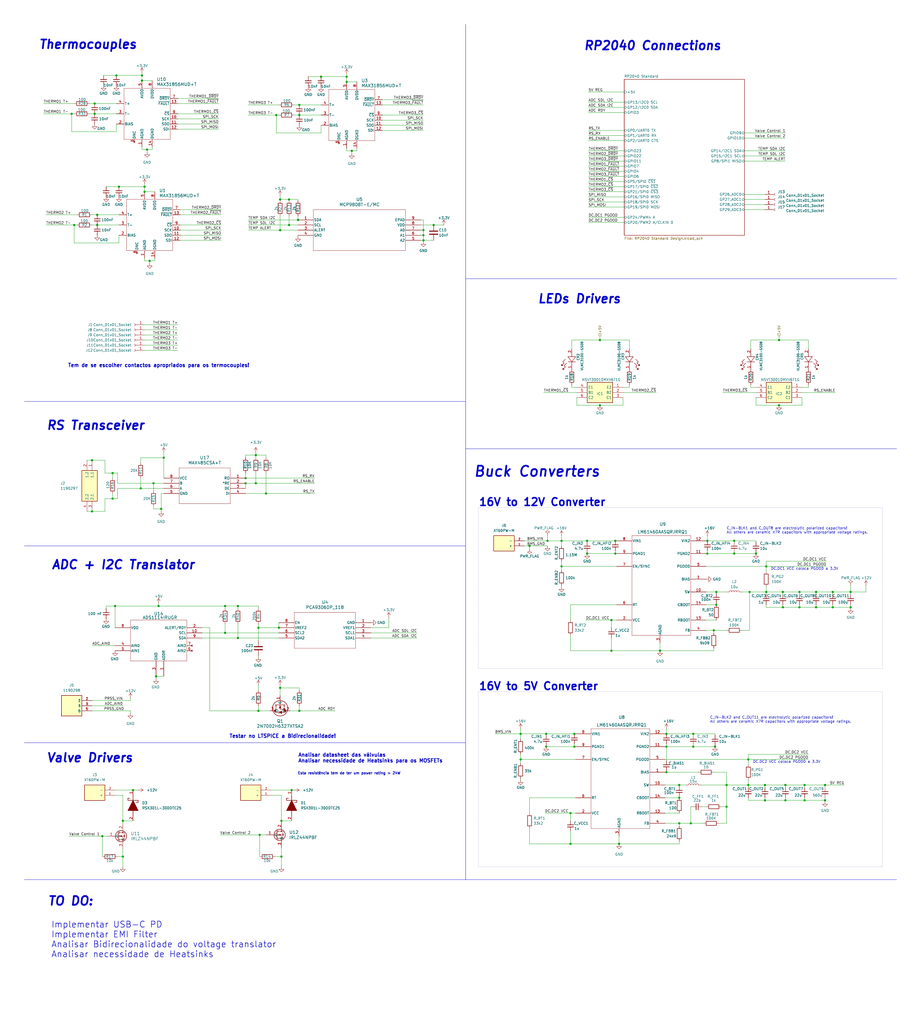
<source format=kicad_sch>
(kicad_sch (version 20231120) (generator "eeschema") (generator_version "8.0")
  (paper "User" 457.2 508)
  (title_block (title "Temperature & Valve Control System B") (date "2024-12-17") (company "Porto Space Team") (comment 1 "Miguel Amorim") (comment 2 "Miguel Leite") (comment 3 "Rafael Novais"))
  (junction (at 71.755 92.71))
  (junction (at 297.815 201.295))
  (junction (at 74.295 129.54))
  (junction (at 409.575 397.51))
  (junction (at 69.85 242.57))
  (junction (at 50.8 415.29))
  (junction (at 380.365 281.305))
  (junction (at 291.465 274.955))
  (junction (at 139.065 114.3))
  (junction (at 422.275 301.625))
  (junction (at 36.83 111.76))
  (junction (at 337.185 396.24))
  (junction (at 35.56 56.515))
  (junction (at 46.99 51.435))
  (junction (at 355.6 300.355))
  (junction (at 271.145 364.49))
  (junction (at 121.92 237.49))
  (junction (at 81.28 227.33))
  (junction (at 380.365 294.005))
  (junction (at 262.89 271.145))
  (junction (at 285.115 364.49))
  (junction (at 138.43 311.785))
  (junction (at 66.04 392.43))
  (junction (at 388.62 301.625))
  (junction (at 172.085 38.1))
  (junction (at 76.2 240.03))
  (junction (at 278.765 281.305))
  (junction (at 413.385 301.625))
  (junction (at 73.025 74.295))
  (junction (at 139.7 407.67))
  (junction (at 351.155 268.605))
  (junction (at 305.435 268.605))
  (junction (at 307.34 419.1))
  (junction (at 344.17 370.84))
  (junction (at 45.72 254))
  (junction (at 48.26 106.68))
  (junction (at 271.145 370.84))
  (junction (at 389.89 389.89))
  (junction (at 354.33 313.055))
  (junction (at 148.59 57.15))
  (junction (at 118.11 300.99))
  (junction (at 148.59 52.07))
  (junction (at 379.73 397.51))
  (junction (at 48.26 111.76))
  (junction (at 351.155 274.955))
  (junction (at 399.415 397.51))
  (junction (at 305.435 274.955))
  (junction (at 60.96 407.67))
  (junction (at 139.065 99.06))
  (junction (at 285.115 370.84))
  (junction (at 399.415 389.89))
  (junction (at 127 226.06))
  (junction (at 360.68 389.89))
  (junction (at 303.53 307.975))
  (junction (at 371.475 389.89))
  (junction (at 386.715 201.295))
  (junction (at 159.385 38.1))
  (junction (at 59.055 92.71))
  (junction (at 118.11 316.865))
  (junction (at 330.835 370.84))
  (junction (at 132.08 245.11))
  (junction (at 144.78 392.43))
  (junction (at 55.88 247.65))
  (junction (at 337.185 408.94))
  (junction (at 128.27 353.06))
  (junction (at 375.285 274.955))
  (junction (at 342.9 408.94))
  (junction (at 291.465 268.605))
  (junction (at 143.51 99.06))
  (junction (at 45.72 228.6))
  (junction (at 80.01 252.73))
  (junction (at 55.88 234.95))
  (junction (at 121.92 240.03))
  (junction (at 388.62 294.005))
  (junction (at 139.7 425.45))
  (junction (at 210.185 119.38))
  (junction (at 57.785 37.465))
  (junction (at 355.6 294.005))
  (junction (at 389.89 397.51))
  (junction (at 337.185 389.89))
  (junction (at 128.27 311.785))
  (junction (at 78.74 300.99))
  (junction (at 330.835 364.49))
  (junction (at 330.835 383.54))
  (junction (at 344.17 364.49))
  (junction (at 137.16 57.15))
  (junction (at 372.11 294.005))
  (junction (at 258.445 364.49))
  (junction (at 210.185 114.3))
  (junction (at 327.66 323.215))
  (junction (at 396.875 294.005))
  (junction (at 405.13 301.625))
  (junction (at 71.755 95.25))
  (junction (at 143.51 111.76))
  (junction (at 364.49 268.605))
  (junction (at 303.53 323.215))
  (junction (at 386.715 168.91))
  (junction (at 210.185 116.84))
  (junction (at 215.265 111.76))
  (junction (at 148.59 353.06))
  (junction (at 70.485 37.465))
  (junction (at 57.15 300.99))
  (junction (at 278.765 268.605))
  (junction (at 127 240.03))
  (junction (at 422.275 294.005))
  (junction (at 60.96 425.45))
  (junction (at 396.875 301.625))
  (junction (at 364.49 274.955))
  (junction (at 46.99 56.515))
  (junction (at 371.475 377.19))
  (junction (at 297.815 168.91))
  (junction (at 172.085 40.64))
  (junction (at 413.385 294.005))
  (junction (at 70.485 40.005))
  (junction (at 174.625 74.93))
  (junction (at 379.73 389.89))
  (junction (at 128.905 414.655))
  (junction (at 258.445 377.19))
  (junction (at 147.955 109.22))
  (junction (at 111.76 314.325))
  (junction (at 271.78 268.605))
  (junction (at 354.965 370.84))
  (junction (at 409.575 389.89))
  (junction (at 77.47 335.915))
  (junction (at 283.21 403.86))
  (junction (at 139.065 341.63))
  (junction (at 111.76 300.99))
  (junction (at 360.68 400.685))
  (junction (at 283.21 419.1))
  (junction (at 405.13 294.005))
  (wire (pts (xy 283.21 300.355) (xy 306.07 300.355)))
  (wire (pts (xy 409.575 389.89) (xy 409.575 391.16)))
  (wire (pts (xy 409.575 397.51) (xy 409.575 396.24)))
  (wire (pts (xy 60.96 407.67) (xy 60.96 408.94)))
  (wire (pts (xy 307.34 419.1) (xy 307.34 415.29)))
  (wire (pts (xy 258.445 361.95) (xy 258.445 364.49)))
  (wire (pts (xy 292.1 110.49) (xy 309.88 110.49)))
  (wire (pts (xy 354.965 364.49) (xy 354.965 365.125)))
  (wire (pts (xy 350.52 300.355) (xy 355.6 300.355)))
  (wire (pts (xy 350.52 307.975) (xy 355.6 307.975)))
  (wire (pts (xy 137.16 57.15) (xy 138.43 57.15)))
  (wire (pts (xy 270.51 403.86) (xy 283.21 403.86)))
  (wire (pts (xy 292.1 97.79) (xy 309.88 97.79)))
  (wire (pts (xy 350.52 268.605) (xy 351.155 268.605)))
  (wire (pts (xy 283.21 323.215) (xy 303.53 323.215)))
  (wire (pts (xy 291.465 268.605) (xy 291.465 269.24)))
  (wire (pts (xy 109.855 104.14) (xy 89.535 104.14)))
  (wire (pts (xy 147.955 109.22) (xy 147.955 107.315)))
  (wire (pts (xy 128.27 300.99) (xy 128.27 302.26)))
  (wire (pts (xy 34.29 415.29) (xy 50.8 415.29)))
  (wire (pts (xy 74.295 129.54) (xy 76.835 129.54)))
  (wire (pts (xy 64.77 347.98) (xy 45.72 347.98)))
  (wire (pts (xy 121.92 227.33) (xy 121.92 226.06)))
  (wire (pts (xy 278.765 281.305) (xy 278.765 283.21)))
  (wire (pts (xy 297.815 167.005) (xy 297.815 168.91)))
  (wire (pts (xy 422.275 294.005) (xy 429.895 294.005)))
  (wire (pts (xy 76.2 240.03) (xy 58.42 240.03)))
  (wire (pts (xy 208.915 109.22) (xy 210.185 109.22)))
  (wire (pts (xy 132.08 226.06) (xy 127 226.06)))
  (wire (pts (xy 148.59 57.15) (xy 159.385 57.15)))
  (wire (pts (xy 292.1 45.72) (xy 309.88 45.72)))
  (wire (pts (xy 60.96 407.67) (xy 66.04 407.67)))
  (wire (pts (xy 372.11 294.005) (xy 380.365 294.005)))
  (wire (pts (xy 134.62 392.43) (xy 144.78 392.43)))
  (wire (pts (xy 210.185 114.3) (xy 210.185 116.84)))
  (wire (pts (xy 128.27 318.135) (xy 128.27 311.785)))
  (wire (pts (xy 174.625 74.93) (xy 174.625 76.2)))
  (wire (pts (xy 81.28 240.03) (xy 76.2 240.03)))
  (wire (pts (xy 59.055 116.84) (xy 59.055 120.65)))
  (wire (pts (xy 337.185 389.89) (xy 340.36 389.89)))
  (wire (pts (xy 283.845 168.91) (xy 297.815 168.91)))
  (wire (pts (xy 210.185 49.53) (xy 189.865 49.53)))
  (wire (pts (xy 127 226.06) (xy 127 227.33)))
  (wire (pts (xy 283.845 192.405) (xy 286.385 192.405)))
  (wire (pts (xy 123.19 52.07) (xy 138.43 52.07)))
  (wire (pts (xy 371.475 374.65) (xy 401.32 374.65)))
  (wire (pts (xy 350.52 294.005) (xy 355.6 294.005)))
  (wire (pts (xy 290.83 307.975) (xy 303.53 307.975)))
  (wire (pts (xy 369.57 74.93) (xy 389.89 74.93)))
  (wire (pts (xy 210.185 116.84) (xy 210.185 119.38)))
  (wire (pts (xy 128.905 414.655) (xy 128.905 425.45)))
  (wire (pts (xy 66.04 392.43) (xy 68.58 392.43)))
  (wire (pts (xy 350.52 281.305) (xy 380.365 281.305)))
  (wire (pts (xy 292.1 80.01) (xy 309.88 80.01)))
  (wire (pts (xy 401.32 191.135) (xy 401.32 192.405)))
  (wire (pts (xy 210.185 64.77) (xy 189.865 64.77)))
  (wire (pts (xy 379.73 389.89) (xy 389.89 389.89)))
  (wire (pts (xy 372.11 313.055) (xy 368.3 313.055)))
  (wire (pts (xy 305.435 273.685) (xy 305.435 274.955)))
  (wire (pts (xy 245.745 364.49) (xy 258.445 364.49)))
  (wire (pts (xy 147.955 99.06) (xy 147.955 99.695)))
  (wire (pts (xy 81.28 242.57) (xy 69.85 242.57)))
  (wire (pts (xy 344.17 364.49) (xy 344.17 365.125)))
  (wire (pts (xy 88.265 173.99) (xy 71.755 173.99)))
  (wire (pts (xy 156.21 245.11) (xy 132.08 245.11)))
  (wire (pts (xy 80.01 252.73) (xy 76.2 252.73)))
  (wire (pts (xy 57.15 300.99) (xy 78.74 300.99)))
  (wire (pts (xy 369.57 77.47) (xy 389.89 77.47)))
  (wire (pts (xy 360.68 400.685) (xy 360.68 408.94)))
  (wire (pts (xy 81.28 227.33) (xy 81.28 237.49)))
  (wire (pts (xy 286.385 197.485) (xy 286.385 201.295)))
  (wire (pts (xy 88.265 168.91) (xy 71.755 168.91)))
  (wire (pts (xy 283.21 412.75) (xy 283.21 419.1)))
  (wire (pts (xy 88.265 163.83) (xy 71.755 163.83)))
  (wire (pts (xy 127 226.06) (xy 121.92 226.06)))
  (wire (pts (xy 55.88 245.11) (xy 55.88 247.65)))
  (wire (pts (xy 137.16 66.04) (xy 137.16 57.15)))
  (wire (pts (xy 57.15 392.43) (xy 66.04 392.43)))
  (wire (pts (xy 271.78 268.605) (xy 278.765 268.605)))
  (wire (pts (xy 283.21 407.67) (xy 283.21 403.86)))
  (wire (pts (xy 399.415 389.89) (xy 399.415 391.16)))
  (wire (pts (xy 371.475 377.19) (xy 401.32 377.19)))
  (wire (pts (xy 292.1 77.47) (xy 309.88 77.47)))
  (wire (pts (xy 292.1 53.34) (xy 309.88 53.34)))
  (wire (pts (xy 342.9 400.685) (xy 343.535 400.685)))
  (wire (pts (xy 132.08 227.33) (xy 132.08 226.06)))
  (wire (pts (xy 159.385 62.23) (xy 159.385 66.04)))
  (wire (pts (xy 337.185 408.94) (xy 342.9 408.94)))
  (wire (pts (xy 44.45 56.515) (xy 46.99 56.515)))
  (wire (pts (xy 292.1 87.63) (xy 309.88 87.63)))
  (wire (pts (xy 292.1 90.17) (xy 309.88 90.17)))
  (wire (pts (xy 325.755 194.945) (xy 309.245 194.945)))
  (wire (pts (xy 285.115 370.84) (xy 285.75 370.84)))
  (wire (pts (xy 208.915 111.76) (xy 215.265 111.76)))
  (wire (pts (xy 271.145 370.205) (xy 271.145 370.84)))
  (wire (pts (xy 375.285 194.945) (xy 358.775 194.945)))
  (wire (pts (xy 286.385 201.295) (xy 297.815 201.295)))
  (wire (pts (xy 297.815 201.295) (xy 309.245 201.295)))
  (wire (pts (xy 330.835 361.95) (xy 330.835 364.49)))
  (wire (pts (xy 283.845 173.355) (xy 283.845 168.91)))
  (wire (pts (xy 128.27 325.755) (xy 128.27 326.39)))
  (wire (pts (xy 100.33 316.865) (xy 118.11 316.865)))
  (wire (pts (xy 369.57 66.04) (xy 389.89 66.04)))
  (wire (pts (xy 258.445 364.49) (xy 258.445 367.03)))
  (wire (pts (xy 380.365 281.305) (xy 410.21 281.305)))
  (wire (pts (xy 386.715 168.91) (xy 401.32 168.91)))
  (wire (pts (xy 413.385 300.355) (xy 413.385 301.625)))
  (wire (pts (xy 278.765 266.065) (xy 278.765 268.605)))
  (wire (pts (xy 210.185 52.07) (xy 189.865 52.07)))
  (wire (pts (xy 109.22 414.655) (xy 128.905 414.655)))
  (wire (pts (xy 364.49 268.605) (xy 375.285 268.605)))
  (wire (pts (xy 50.8 415.29) (xy 53.34 415.29)))
  (wire (pts (xy 364.49 274.955) (xy 375.285 274.955)))
  (wire (pts (xy 73.025 74.295) (xy 70.485 74.295)))
  (wire (pts (xy 121.92 234.95) (xy 121.92 237.49)))
  (wire (pts (xy 292.1 50.8) (xy 309.88 50.8)))
  (wire (pts (xy 184.15 311.785) (xy 193.04 311.785)))
  (wire (pts (xy 388.62 301.625) (xy 388.62 300.355)))
  (wire (pts (xy 312.42 192.405) (xy 309.245 192.405)))
  (wire (pts (xy 312.42 168.91) (xy 312.42 173.355)))
  (wire (pts (xy 50.8 415.29) (xy 50.8 425.45)))
  (wire (pts (xy 143.51 99.06) (xy 143.51 99.695)))
  (wire (pts (xy 174.625 74.93) (xy 172.085 74.93)))
  (wire (pts (xy 422.275 301.625) (xy 422.275 300.355)))
  (wire (pts (xy 409.575 389.89) (xy 419.1 389.89)))
  (wire (pts (xy 292.1 69.85) (xy 309.88 69.85)))
  (wire (pts (xy 413.385 301.625) (xy 422.275 301.625)))
  (wire (pts (xy 360.68 389.89) (xy 371.475 389.89)))
  (wire (pts (xy 369.57 99.06) (xy 379.73 99.06)))
  (polyline (pts (xy 12.065 436.88) (xy 231.14 436.88)))
  (wire (pts (xy 139.065 114.3) (xy 147.955 114.3)))
  (wire (pts (xy 52.07 254) (xy 45.72 254)))
  (wire (pts (xy 108.585 51.435) (xy 88.265 51.435)))
  (wire (pts (xy 148.59 52.07) (xy 159.385 52.07)))
  (wire (pts (xy 347.98 389.89) (xy 360.68 389.89)))
  (wire (pts (xy 172.085 73.66) (xy 172.085 74.93)))
  (wire (pts (xy 278.765 268.605) (xy 291.465 268.605)))
  (wire (pts (xy 337.185 390.525) (xy 337.185 389.89)))
  (wire (pts (xy 283.845 191.135) (xy 283.845 192.405)))
  (wire (pts (xy 36.83 120.65) (xy 36.83 111.76)))
  (wire (pts (xy 386.715 167.005) (xy 386.715 168.91)))
  (wire (pts (xy 22.86 111.76) (xy 36.83 111.76)))
  (wire (pts (xy 109.855 114.3) (xy 89.535 114.3)))
  (wire (pts (xy 364.49 274.955) (xy 351.155 274.955)))
  (wire (pts (xy 70.485 73.025) (xy 70.485 74.295)))
  (wire (pts (xy 330.2 396.24) (xy 337.185 396.24)))
  (wire (pts (xy 184.15 314.325) (xy 207.01 314.325)))
  (wire (pts (xy 210.185 57.15) (xy 189.865 57.15)))
  (wire (pts (xy 88.265 171.45) (xy 71.755 171.45)))
  (wire (pts (xy 354.33 313.055) (xy 354.33 314.325)))
  (wire (pts (xy 303.53 316.865) (xy 303.53 323.215)))
  (wire (pts (xy 118.11 309.88) (xy 118.11 316.865)))
  (wire (pts (xy 330.2 408.94) (xy 337.185 408.94)))
  (wire (pts (xy 111.76 300.99) (xy 111.76 302.26)))
  (wire (pts (xy 71.755 92.71) (xy 71.755 95.25)))
  (wire (pts (xy 291.465 274.955) (xy 305.435 274.955)))
  (polyline (pts (xy 231.14 436.88) (xy 445.135 436.88)))
  (wire (pts (xy 258.445 386.715) (xy 258.445 387.35)))
  (wire (pts (xy 405.13 300.355) (xy 405.13 301.625)))
  (wire (pts (xy 64.77 353.06) (xy 64.77 354.33)))
  (wire (pts (xy 100.33 311.785) (xy 104.14 311.785)))
  (wire (pts (xy 139.065 341.63) (xy 139.065 345.44)))
  (wire (pts (xy 35.56 56.515) (xy 36.83 56.515)))
  (wire (pts (xy 60.96 394.97) (xy 60.96 407.67)))
  (wire (pts (xy 108.585 59.055) (xy 88.265 59.055)))
  (wire (pts (xy 414.655 194.945) (xy 398.145 194.945)))
  (wire (pts (xy 111.76 309.88) (xy 111.76 314.325)))
  (wire (pts (xy 52.705 300.99) (xy 52.705 302.26)))
  (wire (pts (xy 330.2 383.54) (xy 330.835 383.54)))
  (wire (pts (xy 291.465 268.605) (xy 305.435 268.605)))
  (wire (pts (xy 123.19 57.15) (xy 137.16 57.15)))
  (wire (pts (xy 389.89 389.89) (xy 399.415 389.89)))
  (wire (pts (xy 330.835 383.54) (xy 346.71 383.54)))
  (wire (pts (xy 354.33 313.055) (xy 360.68 313.055)))
  (wire (pts (xy 55.88 234.95) (xy 52.07 234.95)))
  (wire (pts (xy 303.53 323.215) (xy 327.66 323.215)))
  (wire (pts (xy 80.01 252.73) (xy 80.01 254)))
  (wire (pts (xy 69.85 242.57) (xy 58.42 242.57)))
  (wire (pts (xy 128.27 353.06) (xy 133.985 353.06)))
  (wire (pts (xy 388.62 294.005) (xy 396.875 294.005)))
  (wire (pts (xy 210.185 109.22) (xy 210.185 114.3)))
  (wire (pts (xy 146.05 57.15) (xy 148.59 57.15)))
  (wire (pts (xy 108.585 48.895) (xy 88.265 48.895)))
  (wire (pts (xy 143.51 111.76) (xy 147.955 111.76)))
  (wire (pts (xy 398.145 201.295) (xy 398.145 197.485)))
  (wire (pts (xy 292.1 67.31) (xy 309.88 67.31)))
  (wire (pts (xy 136.525 425.45) (xy 139.7 425.45)))
  (wire (pts (xy 108.585 64.135) (xy 88.265 64.135)))
  (wire (pts (xy 139.7 425.45) (xy 139.7 430.53)))
  (polyline (pts (xy 231.14 368.935) (xy 231.14 436.88)))
  (wire (pts (xy 88.265 166.37) (xy 71.755 166.37)))
  (wire (pts (xy 292.1 64.77) (xy 309.88 64.77)))
  (wire (pts (xy 285.115 369.57) (xy 285.115 370.84)))
  (wire (pts (xy 422.275 294.005) (xy 422.275 295.275)))
  (wire (pts (xy 139.065 340.36) (xy 139.065 341.63)))
  (wire (pts (xy 174.625 74.93) (xy 177.165 74.93)))
  (wire (pts (xy 413.385 294.005) (xy 422.275 294.005)))
  (wire (pts (xy 422.275 301.625) (xy 422.275 302.26)))
  (wire (pts (xy 330.835 382.905) (xy 330.835 383.54)))
  (wire (pts (xy 21.59 56.515) (xy 35.56 56.515)))
  (wire (pts (xy 58.42 240.03) (xy 58.42 234.95)))
  (wire (pts (xy 57.15 300.99) (xy 57.15 311.785)))
  (wire (pts (xy 70.485 37.465) (xy 70.485 40.005)))
  (wire (pts (xy 59.055 92.71) (xy 71.755 92.71)))
  (wire (pts (xy 59.055 120.65) (xy 36.83 120.65)))
  (wire (pts (xy 143.51 99.06) (xy 147.955 99.06)))
  (wire (pts (xy 123.19 109.22) (xy 147.955 109.22)))
  (wire (pts (xy 172.085 40.64) (xy 177.165 40.64)))
  (wire (pts (xy 144.78 407.67) (xy 139.7 407.67)))
  (wire (pts (xy 271.145 370.84) (xy 285.115 370.84)))
  (wire (pts (xy 292.1 102.87) (xy 309.88 102.87)))
  (wire (pts (xy 380.365 300.355) (xy 380.365 301.625)))
  (wire (pts (xy 360.68 383.54) (xy 360.68 389.89)))
  (wire (pts (xy 74.295 129.54) (xy 71.755 129.54)))
  (wire (pts (xy 379.73 389.89) (xy 379.73 391.16)))
  (wire (pts (xy 330.2 364.49) (xy 330.835 364.49)))
  (wire (pts (xy 364.49 274.32) (xy 364.49 274.955)))
  (wire (pts (xy 57.785 61.595) (xy 57.785 65.405)))
  (wire (pts (xy 60.96 350.52) (xy 45.72 350.52)))
  (wire (pts (xy 262.89 396.24) (xy 285.75 396.24)))
  (wire (pts (xy 139.7 421.005) (xy 139.7 425.45)))
  (wire (pts (xy 422.275 290.83) (xy 422.275 294.005)))
  (wire (pts (xy 399.415 389.89) (xy 409.575 389.89)))
  (wire (pts (xy 123.19 114.3) (xy 139.065 114.3)))
  (wire (pts (xy 128.27 340.36) (xy 128.27 342.9)))
  (wire (pts (xy 344.17 364.49) (xy 354.965 364.49)))
  (wire (pts (xy 307.34 419.1) (xy 337.185 419.1)))
  (wire (pts (xy 386.715 201.295) (xy 398.145 201.295)))
  (wire (pts (xy 22.86 106.68) (xy 38.1 106.68)))
  (wire (pts (xy 337.185 395.605) (xy 337.185 396.24)))
  (wire (pts (xy 45.72 111.76) (xy 48.26 111.76)))
  (wire (pts (xy 144.145 353.06) (xy 148.59 353.06)))
  (wire (pts (xy 55.88 247.65) (xy 52.07 247.65)))
  (wire (pts (xy 52.07 247.65) (xy 52.07 254)))
  (wire (pts (xy 371.475 379.73) (xy 371.475 377.19)))
  (wire (pts (xy 337.185 408.94) (xy 337.185 410.21)))
  (wire (pts (xy 292.1 107.95) (xy 309.88 107.95)))
  (wire (pts (xy 396.875 294.005) (xy 405.13 294.005)))
  (wire (pts (xy 260.35 271.145) (xy 262.89 271.145)))
  (wire (pts (xy 71.755 91.44) (xy 71.755 92.71)))
  (polyline (pts (xy 12.065 271.145) (xy 231.14 271.145)))
  (wire (pts (xy 159.385 38.1) (xy 172.085 38.1)))
  (wire (pts (xy 355.6 299.72) (xy 355.6 300.355)))
  (wire (pts (xy 146.05 52.07) (xy 148.59 52.07)))
  (wire (pts (xy 292.1 74.93) (xy 309.88 74.93)))
  (wire (pts (xy 262.89 403.86) (xy 262.89 396.24)))
  (wire (pts (xy 58.42 234.95) (xy 55.88 234.95)))
  (wire (pts (xy 109.855 106.68) (xy 89.535 106.68)))
  (wire (pts (xy 283.21 307.975) (xy 283.21 300.355)))
  (wire (pts (xy 330.835 370.84) (xy 330.835 377.825)))
  (wire (pts (xy 396.875 301.625) (xy 405.13 301.625)))
  (wire (pts (xy 147.955 117.475) (xy 147.955 116.84)))
  (wire (pts (xy 283.21 419.1) (xy 307.34 419.1)))
  (wire (pts (xy 292.1 92.71) (xy 309.88 92.71)))
  (wire (pts (xy 355.6 294.005) (xy 360.68 294.005)))
  (wire (pts (xy 369.57 104.14) (xy 379.73 104.14)))
  (wire (pts (xy 78.74 300.99) (xy 111.76 300.99)))
  (wire (pts (xy 405.13 301.625) (xy 413.385 301.625)))
  (wire (pts (xy 177.165 73.66) (xy 177.165 74.93)))
  (wire (pts (xy 330.835 370.84) (xy 344.17 370.84)))
  (wire (pts (xy 148.59 350.52) (xy 148.59 353.06)))
  (wire (pts (xy 344.17 370.205) (xy 344.17 370.84)))
  (wire (pts (xy 69.85 229.87) (xy 69.85 227.33)))
  (wire (pts (xy 57.785 37.465) (xy 70.485 37.465)))
  (wire (pts (xy 143.51 107.315) (xy 143.51 111.76)))
  (wire (pts (xy 118.11 300.99) (xy 118.11 302.26)))
  (wire (pts (xy 380.365 294.005) (xy 380.365 295.275)))
  (wire (pts (xy 262.89 419.1) (xy 262.89 411.48)))
  (wire (pts (xy 148.59 353.06) (xy 166.37 353.06)))
  (wire (pts (xy 291.465 274.32) (xy 291.465 274.955)))
  (wire (pts (xy 118.11 300.99) (xy 128.27 300.99)))
  (wire (pts (xy 45.72 254) (xy 43.18 254)))
  (wire (pts (xy 58.42 242.57) (xy 58.42 247.65)))
  (wire (pts (xy 399.415 397.51) (xy 409.575 397.51)))
  (wire (pts (xy 297.815 168.91) (xy 312.42 168.91)))
  (wire (pts (xy 69.85 227.33) (xy 81.28 227.33)))
  (wire (pts (xy 305.435 274.955) (xy 306.07 274.955)))
  (wire (pts (xy 389.89 396.24) (xy 389.89 397.51)))
  (wire (pts (xy 342.9 408.94) (xy 349.25 408.94)))
  (wire (pts (xy 127 240.03) (xy 121.92 240.03)))
  (wire (pts (xy 108.585 56.515) (xy 88.265 56.515)))
  (wire (pts (xy 132.08 234.95) (xy 132.08 245.11)))
  (wire (pts (xy 210.185 119.38) (xy 208.915 119.38)))
  (wire (pts (xy 52.07 228.6) (xy 45.72 228.6)))
  (wire (pts (xy 262.89 419.1) (xy 283.21 419.1)))
  (wire (pts (xy 371.475 374.65) (xy 371.475 377.19)))
  (wire (pts (xy 123.19 111.76) (xy 143.51 111.76)))
  (wire (pts (xy 52.705 92.71) (xy 59.055 92.71)))
  (wire (pts (xy 45.72 228.6) (xy 43.18 228.6)))
  (wire (pts (xy 360.68 389.89) (xy 360.68 400.685)))
  (wire (pts (xy 88.265 161.29) (xy 71.755 161.29)))
  (wire (pts (xy 356.87 408.94) (xy 360.68 408.94)))
  (wire (pts (xy 156.21 240.03) (xy 127 240.03)))
  (wire (pts (xy 292.1 100.33) (xy 309.88 100.33)))
  (polyline (pts (xy 231.14 138.43) (xy 233.68 138.43)))
  (wire (pts (xy 355.6 294.64) (xy 355.6 294.005)))
  (wire (pts (xy 73.025 74.295) (xy 73.025 75.565)))
  (wire (pts (xy 306.07 268.605) (xy 305.435 268.605)))
  (polyline (pts (xy 233.68 138.43) (xy 445.135 138.43)))
  (wire (pts (xy 350.52 400.685) (xy 348.615 400.685)))
  (wire (pts (xy 350.52 313.055) (xy 354.33 313.055)))
  (wire (pts (xy 369.57 80.01) (xy 389.89 80.01)))
  (wire (pts (xy 354.965 370.84) (xy 354.965 370.205)))
  (wire (pts (xy 148.59 341.63) (xy 148.59 342.9)))
  (wire (pts (xy 380.365 291.465) (xy 380.365 294.005)))
  (polyline (pts (xy 231.14 222.885) (xy 368.935 222.885)))
  (wire (pts (xy 210.185 119.38) (xy 210.185 120.015)))
  (wire (pts (xy 81.28 224.79) (xy 81.28 227.33)))
  (wire (pts (xy 372.11 294.005) (xy 372.11 313.055)))
  (wire (pts (xy 364.49 268.605) (xy 364.49 269.24)))
  (wire (pts (xy 64.77 347.98) (xy 64.77 346.71)))
  (wire (pts (xy 111.76 314.325) (xy 138.43 314.325)))
  (wire (pts (xy 128.905 414.655) (xy 132.08 414.655)))
  (wire (pts (xy 286.385 194.945) (xy 269.875 194.945)))
  (wire (pts (xy 111.76 300.99) (xy 118.11 300.99)))
  (wire (pts (xy 309.245 201.295) (xy 309.245 197.485)))
  (wire (pts (xy 285.75 377.19) (xy 258.445 377.19)))
  (wire (pts (xy 371.475 397.51) (xy 371.475 396.24)))
  (wire (pts (xy 128.27 309.88) (xy 128.27 311.785)))
  (wire (pts (xy 81.28 245.11) (xy 80.01 245.11)))
  (wire (pts (xy 278.765 281.305) (xy 278.765 278.765)))
  (wire (pts (xy 285.75 364.49) (xy 285.115 364.49)))
  (wire (pts (xy 375.285 201.295) (xy 386.715 201.295)))
  (wire (pts (xy 210.185 62.23) (xy 189.865 62.23)))
  (wire (pts (xy 262.89 271.145) (xy 271.78 271.145)))
  (wire (pts (xy 48.26 106.68) (xy 59.055 106.68)))
  (wire (pts (xy 354.33 323.215) (xy 354.33 321.945)))
  (wire (pts (xy 78.74 299.72) (xy 78.74 300.99)))
  (wire (pts (xy 210.185 114.3) (xy 208.915 114.3)))
  (wire (pts (xy 399.415 396.24) (xy 399.415 397.51)))
  (wire (pts (xy 388.62 294.005) (xy 388.62 295.275)))
  (polyline (pts (xy 368.935 222.885) (xy 445.135 222.885)))
  (wire (pts (xy 139.065 97.155) (xy 139.065 99.06)))
  (wire (pts (xy 139.7 407.67) (xy 139.7 408.305)))
  (wire (pts (xy 76.2 252.73) (xy 76.2 251.46)))
  (wire (pts (xy 379.73 396.24) (xy 379.73 397.51)))
  (wire (pts (xy 36.83 111.76) (xy 38.1 111.76)))
  (wire (pts (xy 271.145 364.49) (xy 271.145 365.125)))
  (wire (pts (xy 375.285 197.485) (xy 375.285 201.295)))
  (wire (pts (xy 372.745 192.405) (xy 375.285 192.405)))
  (wire (pts (xy 76.835 128.27) (xy 76.835 129.54)))
  (wire (pts (xy 193.04 306.705) (xy 193.04 311.785)))
  (wire (pts (xy 139.065 341.63) (xy 148.59 341.63)))
  (wire (pts (xy 77.47 335.915) (xy 77.47 337.185)))
  (wire (pts (xy 21.59 51.435) (xy 36.83 51.435)))
  (wire (pts (xy 388.62 301.625) (xy 396.875 301.625)))
  (wire (pts (xy 60.96 421.64) (xy 60.96 425.45)))
  (wire (pts (xy 104.14 311.785) (xy 104.14 353.06)))
  (wire (pts (xy 283.21 323.215) (xy 283.21 315.595)))
  (wire (pts (xy 409.575 397.51) (xy 409.575 398.145)))
  (wire (pts (xy 369.57 96.52) (xy 379.73 96.52)))
  (wire (pts (xy 58.42 425.45) (xy 60.96 425.45)))
  (wire (pts (xy 172.085 36.83) (xy 172.085 38.1)))
  (wire (pts (xy 74.295 129.54) (xy 74.295 130.81)))
  (wire (pts (xy 327.66 323.215) (xy 327.66 319.405)))
  (wire (pts (xy 70.485 36.195) (xy 70.485 37.465)))
  (wire (pts (xy 292.1 82.55) (xy 309.88 82.55)))
  (wire (pts (xy 271.78 266.065) (xy 271.78 268.605)))
  (wire (pts (xy 80.01 245.11) (xy 80.01 252.73)))
  (wire (pts (xy 351.155 268.605) (xy 364.49 268.605)))
  (wire (pts (xy 46.99 51.435) (xy 57.785 51.435)))
  (wire (pts (xy 71.755 95.25) (xy 76.835 95.25)))
  (wire (pts (xy 144.78 392.43) (xy 146.05 392.43)))
  (wire (pts (xy 389.89 389.89) (xy 389.89 391.16)))
  (wire (pts (xy 330.835 364.49) (xy 344.17 364.49)))
  (wire (pts (xy 372.745 191.135) (xy 372.745 192.405)))
  (wire (pts (xy 52.705 300.99) (xy 57.15 300.99)))
  (wire (pts (xy 76.2 240.03) (xy 76.2 243.84)))
  (wire (pts (xy 371.475 397.51) (xy 379.73 397.51)))
  (wire (pts (xy 380.365 283.845) (xy 380.365 281.305)))
  (wire (pts (xy 35.56 65.405) (xy 35.56 56.515)))
  (wire (pts (xy 52.07 234.95) (xy 52.07 228.6)))
  (wire (pts (xy 371.475 387.35) (xy 371.475 389.89)))
  (wire (pts (xy 139.065 114.3) (xy 139.065 107.315)))
  (wire (pts (xy 330.835 369.57) (xy 330.835 370.84)))
  (wire (pts (xy 396.875 294.005) (xy 396.875 295.275)))
  (wire (pts (xy 292.1 55.88) (xy 309.88 55.88)))
  (wire (pts (xy 337.185 419.1) (xy 337.185 417.83)))
  (wire (pts (xy 258.445 377.19) (xy 258.445 379.095)))
  (wire (pts (xy 139.065 99.06) (xy 139.065 99.695)))
  (wire (pts (xy 45.72 353.06) (xy 64.77 353.06)))
  (wire (pts (xy 354.33 383.54) (xy 360.68 383.54)))
  (wire (pts (xy 215.265 111.76) (xy 220.345 111.76)))
  (wire (pts (xy 139.7 394.97) (xy 139.7 407.67)))
  (polyline (pts (xy 231.14 12.065) (xy 231.14 144.145)))
  (wire (pts (xy 401.32 168.91) (xy 401.32 173.355)))
  (wire (pts (xy 262.89 271.145) (xy 262.89 272.415)))
  (wire (pts (xy 375.285 268.605) (xy 375.285 269.24)))
  (wire (pts (xy 48.26 111.76) (xy 59.055 111.76)))
  (wire (pts (xy 128.27 350.52) (xy 128.27 353.06)))
  (wire (pts (xy 109.855 111.76) (xy 89.535 111.76)))
  (wire (pts (xy 258.445 364.49) (xy 271.145 364.49)))
  (wire (pts (xy 121.92 240.03) (xy 121.92 242.57)))
  (wire (pts (xy 379.73 397.51) (xy 389.89 397.51)))
  (wire (pts (xy 139.065 99.06) (xy 143.51 99.06)))
  (wire (pts (xy 380.365 278.765) (xy 380.365 281.305)))
  (wire (pts (xy 389.89 397.51) (xy 399.415 397.51)))
  (wire (pts (xy 292.1 95.25) (xy 309.88 95.25)))
  (wire (pts (xy 371.475 389.89) (xy 379.73 389.89)))
  (polyline (pts (xy 12.065 368.935) (xy 231.14 368.935)))
  (wire (pts (xy 396.875 300.355) (xy 396.875 301.625)))
  (wire (pts (xy 278.765 290.83) (xy 278.765 291.465)))
  (wire (pts (xy 330.2 389.89) (xy 337.185 389.89)))
  (wire (pts (xy 292.1 85.09) (xy 309.88 85.09)))
  (wire (pts (xy 60.96 425.45) (xy 60.96 430.53)))
  (wire (pts (xy 159.385 66.04) (xy 137.16 66.04)))
  (wire (pts (xy 109.855 116.84) (xy 89.535 116.84)))
  (wire (pts (xy 351.155 273.685) (xy 351.155 274.955)))
  (wire (pts (xy 330.835 370.84) (xy 330.2 370.84)))
  (wire (pts (xy 109.855 119.38) (xy 89.535 119.38)))
  (wire (pts (xy 344.17 370.84) (xy 354.965 370.84)))
  (wire (pts (xy 153.035 38.1) (xy 159.385 38.1)))
  (wire (pts (xy 58.42 247.65) (xy 55.88 247.65)))
  (wire (pts (xy 405.13 294.005) (xy 405.13 295.275)))
  (wire (pts (xy 372.745 168.91) (xy 386.715 168.91)))
  (wire (pts (xy 271.145 364.49) (xy 285.115 364.49)))
  (wire (pts (xy 57.15 394.97) (xy 60.96 394.97)))
  (wire (pts (xy 327.66 323.215) (xy 354.33 323.215)))
  (wire (pts (xy 127 234.95) (xy 127 240.03)))
  (wire (pts (xy 368.3 294.005) (xy 372.11 294.005)))
  (wire (pts (xy 127 226.06) (xy 127 224.79)))
  (wire (pts (xy 405.13 294.005) (xy 413.385 294.005)))
  (wire (pts (xy 380.365 278.765) (xy 410.21 278.765)))
  (wire (pts (xy 375.285 274.955) (xy 375.285 274.32)))
  (wire (pts (xy 369.57 68.58) (xy 389.89 68.58)))
  (wire (pts (xy 380.365 301.625) (xy 388.62 301.625)))
  (wire (pts (xy 71.755 128.27) (xy 71.755 129.54)))
  (wire (pts (xy 210.185 116.84) (xy 208.915 116.84)))
  (wire (pts (xy 351.155 266.065) (xy 351.155 268.605)))
  (wire (pts (xy 330.2 403.86) (xy 337.185 403.86)))
  (wire (pts (xy 70.485 40.005) (xy 75.565 40.005)))
  (wire (pts (xy 369.57 101.6) (xy 379.73 101.6)))
  (polyline (pts (xy 231.14 199.39) (xy 231.14 368.935)))
  (wire (pts (xy 44.45 51.435) (xy 46.99 51.435)))
  (wire (pts (xy 401.32 192.405) (xy 398.145 192.405)))
  (wire (pts (xy 258.445 377.19) (xy 258.445 374.65)))
  (wire (pts (xy 342.9 400.685) (xy 342.9 408.94)))
  (wire (pts (xy 330.2 377.19) (xy 371.475 377.19)))
  (wire (pts (xy 312.42 191.135) (xy 312.42 192.405)))
  (wire (pts (xy 184.15 316.865) (xy 207.01 316.865)))
  (wire (pts (xy 104.14 353.06) (xy 128.27 353.06)))
  (wire (pts (xy 77.47 335.915) (xy 81.28 335.915)))
  (wire (pts (xy 306.07 281.305) (xy 278.765 281.305)))
  (wire (pts (xy 172.085 38.1) (xy 172.085 40.64)))
  (wire (pts (xy 118.11 316.865) (xy 138.43 316.865)))
  (wire (pts (xy 260.35 268.605) (xy 271.78 268.605)))
  (wire (pts (xy 351.155 274.955) (xy 350.52 274.955)))
  (wire (pts (xy 57.785 65.405) (xy 35.56 65.405)))
  (wire (pts (xy 358.14 400.685) (xy 360.68 400.685)))
  (wire (pts (xy 73.025 74.295) (xy 75.565 74.295)))
  (wire (pts (xy 132.08 245.11) (xy 121.92 245.11)))
  (wire (pts (xy 138.43 311.785) (xy 138.43 309.245)))
  (wire (pts (xy 413.385 294.005) (xy 413.385 295.275)))
  (wire (pts (xy 51.435 37.465) (xy 57.785 37.465)))
  (wire (pts (xy 75.565 73.025) (xy 75.565 74.295)))
  (polyline (pts (xy 12.065 199.39) (xy 231.14 199.39)))
  (wire (pts (xy 429.895 290.83) (xy 429.895 294.005)))
  (wire (pts (xy 303.53 307.975) (xy 306.07 307.975)))
  (wire (pts (xy 69.85 237.49) (xy 69.85 242.57)))
  (wire (pts (xy 45.72 320.675) (xy 57.15 320.675)))
  (wire (pts (xy 55.88 234.95) (xy 55.88 237.49)))
  (wire (pts (xy 371.475 389.89) (xy 371.475 391.16)))
  (wire (pts (xy 283.21 403.86) (xy 285.75 403.86)))
  (wire (pts (xy 134.62 394.97) (xy 139.7 394.97)))
  (wire (pts (xy 372.745 173.355) (xy 372.745 168.91)))
  (wire (pts (xy 278.765 268.605) (xy 278.765 271.145)))
  (wire (pts (xy 156.21 237.49) (xy 121.92 237.49)))
  (wire (pts (xy 128.27 311.785) (xy 138.43 311.785)))
  (wire (pts (xy 46.99 56.515) (xy 57.785 56.515)))
  (wire (pts (xy 210.185 119.38) (xy 215.265 119.38)))
  (wire (pts (xy 45.72 106.68) (xy 48.26 106.68)))
  (wire (pts (xy 210.185 59.69) (xy 189.865 59.69)))
  (wire (pts (xy 380.365 294.005) (xy 388.62 294.005)))
  (wire (pts (xy 303.53 311.785) (xy 303.53 307.975)))
  (polyline (pts (xy 231.14 144.145) (xy 231.14 199.39)))
  (wire (pts (xy 108.585 61.595) (xy 88.265 61.595)))
  (wire (pts (xy 100.33 314.325) (xy 111.76 314.325)))
  (rectangle (start 237.49 252.095) (end 438.15 332.105) (stroke (width 0) (type dot)))
  (rectangle (start 237.49 343.535) (end 438.15 430.53) (stroke (width 0) (type dot)))
  (text "Testar no LTSPICE a Bidirecionalidade!" (at 140.335 365.76 0) (effects (font (size 1.778 1.778) (thickness 0.3556) (bold yes))))
  (text "Buck Converters" (at 234.95 234.315 0) (effects (font (size 5.08 5.08) (thickness 0.8636) (bold yes) (italic yes)) (justify left)))
  (text "RP2040 Connections" (at 289.56 22.86 0) (effects (font (size 4.318 4.318) (thickness 0.8636) (bold yes) (italic yes)) (justify left)))
  (text "TO DO:" (at 23.495 447.675 0) (effects (font (size 4.318 4.318) (thickness 0.8636) (bold yes) (italic yes)) (justify left)))
  (text "16V to 12V Converter" (at 237.49 249.555 0) (effects (font (size 3.81 3.81) (thickness 0.762) (bold yes)) (justify left)))
  (text "Valve Drivers" (at 22.86 376.555 0) (effects (font (size 4.318 4.318) (thickness 0.8636) (bold yes) (italic yes)) (justify left)))
  (text "Esta resistência tem de ter um power rating > 24W" (at 173.355 384.175 0) (effects (font (size 1.27 1.27) (thickness 0.254) (bold yes))))
  (text "LEDs Drivers" (at 266.7 148.59 0) (effects (font (size 4.318 4.318) (thickness 0.8636) (bold yes) (italic yes)) (justify left)))
  (text "Analisar datasheet das válvulas\nAnalisar necessidade de Heatsinks para os MOSFETs" (at 147.955 376.555 0) (effects (font (size 1.778 1.778) (thickness 0.3556) (bold yes)) (justify left)))
  (text "Thermocouples" (at 19.05 22.225 0) (effects (font (size 4.318 4.318) (thickness 0.8636) (bold yes) (italic yes)) (justify left)))
  (text "Implementar USB-C PD\nImplementar EMI Filter\nAnalisar Bidirecionalidade do voltage translator\nAnalisar necessidade de Heatsinks" (at 25.4 466.725 0) (effects (font (size 3.048 3.048) (thickness 0.254) (bold yes)) (justify left)))
  (text "C_IN-BLK2 and C_OUT11 are electrolytic polarized capacitors!\nAll others are ceramic X7R capacitors with appropriate voltage ratings." (at 352.425 357.505 0) (effects (font (size 1.27 1.27)) (justify left)))
  (text "16V to 5V Converter" (at 237.49 340.995 0) (effects (font (size 3.81 3.81) (thickness 0.762) (bold yes)) (justify left)))
  (text "C_IN-BLK1 and C_OUT8 are electrolytic polarized capacitors!\nAll others are ceramic X7R capacitors with appropriate voltage ratings." (at 360.68 263.525 0) (effects (font (size 1.27 1.27)) (justify left)))
  (text "DC.DC1 VCC coloca PGOOD a 3.3V\n" (at 399.415 282.575 0) (effects (font (size 1.27 1.27))))
  (text "RS Transceiver" (at 22.86 211.455 0) (effects (font (size 4.318 4.318) (thickness 0.8636) (bold yes) (italic yes)) (justify left)))
  (text "Tem de se escolher contactos apropriados para os termocouples!" (at 33.655 181.61 0) (effects (font (size 1.778 1.778) (thickness 0.3556) (bold yes)) (justify left)))
  (text "ADC + I2C Translator" (at 25.4 280.67 0) (effects (font (size 4.318 4.318) (thickness 0.8636) (bold yes) (italic yes)) (justify left)))
  (text "DC.DC2 VCC coloca PGOOD a 3.3V\n" (at 390.525 378.46 0) (effects (font (size 1.27 1.27))))
  (label "DC.DC1 VCC" (at 290.83 307.975 0))
  (label "THERMO2_~{CS}" (at 109.855 111.76 180))
  (label "Valve Control 2" (at 109.22 414.655 0))
  (label "THERMO2_~{DRDY}" (at 292.1 77.47 0))
  (label "THERMO3_~{CS}" (at 210.185 57.15 180))
  (label "SPI_SCK" (at 109.855 114.3 180))
  (label "SPI_SCK" (at 210.185 59.69 180))
  (label "THERMO3_~{DRDY}" (at 292.1 80.01 0))
  (label "DC.DC2 VCC" (at 401.32 374.65 180))
  (label "ADC RDY" (at 166.37 353.06 180))
  (label "TEMP ALERT" (at 123.19 114.3 0))
  (label "THERMO3_~{CS}" (at 292.1 95.25 0))
  (label "TEMP ALERT" (at 389.89 80.01 180))
  (label "DC.DC2 VCC" (at 270.51 403.86 0))
  (label "THERMO3_~{CS}" (at 358.775 194.945 0))
  (label "THERMO2 T-" (at 88.265 168.91 180))
  (label "THERMO1_~{CS}" (at 269.875 194.945 0))
  (label "RS_ENABLE" (at 156.21 240.03 180))
  (label "BMS_GND" (at 261.62 271.145 0))
  (label "THERMO3_~{FAULT}" (at 210.185 52.07 180))
  (label "THERMO1_~{FAULT}" (at 292.1 82.55 0))
  (label "SPI_SCK" (at 292.1 100.33 0))
  (label "Valve Control 2" (at 389.89 68.58 180))
  (label "THERMO3 T+" (at 123.19 52.07 0))
  (label "THERMO1_~{DRDY}" (at 292.1 74.93 0))
  (label "SPI_SCK" (at 108.585 59.055 180))
  (label "THERMO3_~{FAULT}" (at 292.1 87.63 0))
  (label "THERMO1_~{CS}" (at 292.1 90.17 0))
  (label "SPI_MOSI" (at 108.585 64.135 180))
  (label "THERMO1_~{CS}" (at 108.585 56.515 180))
  (label "THERMO3 T-" (at 123.19 57.15 0))
  (label "THERMO2 T+" (at 88.265 166.37 180))
  (label "TEMP SDL I2C" (at 123.19 111.76 0))
  (label "DC.DC2 PGOOD" (at 401.32 377.19 180))
  (label "THERMO1 T+" (at 21.59 51.435 0))
  (label "THERMO1 T-" (at 88.265 163.83 180))
  (label "PRSS_VIN" (at 60.96 347.98 180))
  (label "THERMO3_~{DRDY}" (at 210.185 49.53 180))
  (label "SPI_MISO" (at 292.1 97.79 0))
  (label "TEMP SDL I2C" (at 389.89 77.47 180))
  (label "ADC SDA I2C" (at 207.01 316.865 180))
  (label "THERMO1_~{DRDY}" (at 108.585 48.895 180))
  (label "5V REG" (at 419.1 389.89 180))
  (label "ADC_AIN0" (at 45.72 320.675 0))
  (label "ADC SDL I2C" (at 292.1 50.8 0))
  (label "SPI_MISO" (at 108.585 61.595 180))
  (label "RS_ENABLE" (at 414.655 194.945 180))
  (label "THERMO1 T-" (at 21.59 56.515 0))
  (label "BMS_VIN" (at 261.62 268.605 0))
  (label "THERMO2_~{FAULT}" (at 292.1 85.09 0))
  (label "DC.DC1 PGOOD" (at 410.21 281.305 180))
  (label "RS_TX" (at 156.21 245.11 180))
  (label "THERMO2_~{CS}" (at 292.1 92.71 0))
  (label "THERMO3 T-" (at 88.265 173.99 180))
  (label "BMS_VIN" (at 245.745 364.49 0))
  (label "SPI_MOSI" (at 292.1 102.87 0))
  (label "5V REG" (at 292.1 45.72 0))
  (label "THERMO2 T-" (at 22.86 111.76 0))
  (label "THERMO2_~{CS}" (at 325.755 194.945 180))
  (label "ADC SDL I2C" (at 207.01 314.325 180))
  (label "RS_TX" (at 292.1 64.77 0))
  (label "RS_RX" (at 292.1 67.31 0))
  (label "THERMO1_~{FAULT}" (at 108.585 51.435 180))
  (label "SPI_MISO" (at 210.185 62.23 180))
  (label "SPI_MISO" (at 109.855 116.84 180))
  (label "THERMO1 T+" (at 88.265 161.29 180))
  (label "ADC RDY" (at 292.1 55.88 0))
  (label "RS_RX" (at 156.21 237.49 180))
  (label "DC.DC1 VCC" (at 410.21 278.765 180))
  (label "TEMP SDA I2C" (at 389.89 74.93 180))
  (label "DC.DC1 PGOOD" (at 292.1 107.95 0))
  (label "Valve Control 1" (at 389.89 66.04 180))
  (label "THERMO2_~{FAULT}" (at 109.855 106.68 180))
  (label "THERMO2 T+" (at 22.86 106.68 0))
  (label "TEMP SDA I2C" (at 123.19 109.22 0))
  (label "THERMO2_~{DRDY}" (at 109.855 104.14 180))
  (label "THERMO3 T+" (at 88.265 171.45 180))
  (label "SPI_MOSI" (at 109.855 119.38 180))
  (label "SPI_MOSI" (at 210.185 64.77 180))
  (label "Valve Control 1" (at 34.29 415.29 0))
  (label "DC.DC2 PGOOD" (at 292.1 110.49 0))
  (label "ADC_AIN0" (at 60.96 350.52 180))
  (label "ADC SDA I2C" (at 292.1 53.34 0))
  (label "PRSS_GND" (at 61.595 353.06 180))
  (label "RS_ENABLE" (at 292.1 69.85 0))
  (hierarchical_label "+5V" (shape input) (at 386.715 167.005 90))
  (hierarchical_label "+5V" (shape input) (at 297.815 167.005 90))
  (symbol (lib_id "power:GND") (at 57.785 42.545 0) (unit 1)
    (property "Reference" "#PWR077" (effects (hide yes)))
    (property "Value" "GND" (at 59.817 46.355 0) (effects (justify right)))
    (property "Description" "Power symbol creates a global label with name \"GND\" , ground" (effects (hide yes)))
  )
  (symbol (lib_id "power:+3.3V") (at 71.755 91.44 0) (unit 1)
    (property "Reference" "#PWR06" (effects (hide yes)))
    (property "Value" "+3.3V" (at 71.755 87.884 0))
    (property "Description" "Power symbol creates a global label with name \"+3.3V\"" (effects (hide yes)))
  )
  (symbol (lib_id "power:GND") (at 57.15 323.215 0) (unit 1)
    (property "Reference" "#PWR027" (effects (hide yes)))
    (property "Value" "GND" (at 56.896 327.279 0))
    (property "Description" "Power symbol creates a global label with name \"GND\" , ground" (effects (hide yes)))
  )
  (symbol (lib_id "Device:R") (at 262.89 407.67 0) (mirror x) (unit 1)
    (property "Reference" "R_RT1" (at 264.795 406.4 0) (effects (justify left)))
    (property "Value" "33k2" (at 264.795 408.94 0) (effects (justify left)))
    (property "Footprint" "Resistor-0603:RES_0603" (effects (hide yes)))
    (property "Description" "Resistor" (effects (hide yes)))
  )
  (symbol (lib_id "Device:C") (at 128.27 321.945 0) (mirror y) (unit 1)
    (property "Reference" "C23" (at 125.73 320.675 0) (effects (justify left)))
    (property "Value" "100nF" (at 125.73 323.215 0) (effects (justify left)))
    (property "Footprint" "Capacitor-0402:Capacitor_0402" (effects (hide yes)))
    (property "Description" "Unpolarized capacitor" (effects (hide yes)))
  )
  (symbol (lib_id "Device:R") (at 142.24 52.07 270) (unit 1)
    (property "Reference" "R6" (at 140.97 52.07 90) (effects (justify left)))
    (property "Value" "100" (at 140.462 50.038 90) (effects (justify left)))
    (property "Footprint" "Resistor-0402:RES_0402" (effects (hide yes)))
    (property "Description" "Resistor" (effects (hide yes)))
  )
  (symbol (lib_id "Device:R") (at 143.51 103.505 0) (unit 1)
    (property "Reference" "R13" (at 143.51 105.41 90) (effects (justify left)))
    (property "Value" "2k" (at 141.605 104.775 90) (effects (justify left)))
    (property "Footprint" "Resistor-0402:RES_0402" (effects (hide yes)))
    (property "Description" "Resistor" (effects (hide yes)))
  )
  (symbol (lib_id "Connector:Conn_01x01_Socket") (at 66.675 166.37 180) (unit 1)
    (property "Reference" "J9" (at 44.577 166.37 0))
    (property "Value" "Conn_01x01_Socket" (at 55.753 166.37 0))
    (property "Footprint" "Button_Switch_THT:SW_Lever_1P2T_NKK_GW12LxH" (effects (hide yes)))
    (property "Description" "Generic connector, single row, 01x01, script generated" (effects (hide yes)))
  )
  (symbol (lib_id "power:+5V") (at 81.28 224.79 0) (mirror y) (unit 1)
    (property "Reference" "#PWR026" (effects (hide yes)))
    (property "Value" "+5V" (at 83.312 220.98 0) (effects (justify left)))
    (property "Description" "Power symbol creates a global label with name \"+5V\"" (effects (hide yes)))
  )
  (symbol (lib_id "Device:C_Small") (at 351.155 271.145 0) (unit 1)
    (property "Reference" "C_IN_HFI4" (at 353.06 269.875 0) (effects (justify left)))
    (property "Value" "100n" (at 353.06 272.415 0) (effects (justify left)))
    (property "Footprint" "Capacitor-0402:Capacitor_0402" (effects (hide yes)))
    (property "Description" "Unpolarized capacitor, small symbol" (effects (hide yes)))
  )
  (symbol (lib_id "Device:C_Small") (at 48.26 109.22 0) (unit 1)
    (property "Reference" "C1" (effects (hide yes)))
    (property "Value" "100nF" (at 50.292 109.22 0) (effects (justify left)))
    (property "Footprint" "Capacitor-0402:Capacitor_0402" (effects (hide yes)))
    (property "Description" "Unpolarized capacitor, small symbol" (effects (hide yes)))
  )
  (symbol (lib_id "NXP PCA9306DP:PCA9306DP_118") (at 184.15 309.245 0) (mirror y) (unit 1)
    (property "Reference" "U4" (at 161.29 299.085 0) (effects (font (size 1.524 1.524))))
    (property "Value" "PCA9306DP_118" (at 161.29 301.625 0) (effects (font (size 1.524 1.524))))
    (property "Footprint" "I2C Voltage Translator:TSSOP8_SOT505-1_NXP" (effects (hide yes)))
    (property "Datasheet" "PCA9306DP_118" (effects (hide yes)))
  )
  (symbol (lib_id "Device:C_Small") (at 396.875 297.815 0) (mirror y) (unit 1)
    (property "Reference" "C_OUT6" (at 396.24 295.91 0) (effects (justify left)))
    (property "Value" "10u" (at 395.605 299.085 0) (effects (justify left)))
    (property "Footprint" "Capacitor-0805:Capacitor_0805" (effects (hide yes)))
    (property "Description" "Unpolarized capacitor, small symbol" (effects (hide yes)))
  )
  (symbol (lib_id "NMOS IRLZ44:IRLZ44NPBF") (at 60.96 430.53 90) (unit 1)
    (property "Reference" "U11" (at 64.77 414.0199 90) (effects (font (size 1.524 1.524)) (justify right)))
    (property "Value" "IRLZ44NPBF" (at 64.77 416.5599 90) (effects (font (size 1.524 1.524)) (justify right)))
    (property "Footprint" "NMOS IRLZ44:PG-TO220-3_INF" (effects (hide yes)))
    (property "Datasheet" "IRLZ44NPBF" (effects (hide yes)))
  )
  (symbol (lib_id "RS_Transceiver:MAX485CSA+T") (at 121.92 237.49 0) (mirror y) (unit 1)
    (property "Reference" "U17" (at 101.6 227.33 0) (effects (font (size 1.524 1.524))))
    (property "Value" "MAX485CSA+T" (at 101.6 229.87 0) (effects (font (size 1.524 1.524))))
    (property "Footprint" "RS Transceiver:21-0041-3-M_90-0096-8L_MXM" (effects (hide yes)))
    (property "Datasheet" "MAX485CSA+T" (effects (hide yes)))
  )
  (symbol (lib_id "Device:C_Small") (at 59.055 95.25 180) (unit 1)
    (property "Reference" "C4" (effects (hide yes)))
    (property "Value" "10nF" (at 63.881 97.536 0) (effects (justify left)))
    (property "Footprint" "Capacitor-0402:Capacitor_0402" (effects (hide yes)))
    (property "Description" "Unpolarized capacitor, small symbol" (effects (hide yes)))
  )
  (symbol (lib_id "Device:C_Small") (at 52.705 304.8 0) (mirror y) (unit 1)
    (property "Reference" "C11" (effects (hide yes)))
    (property "Value" "100 nF" (at 47.117 304.8 0))
    (property "Footprint" "Capacitor-0402:Capacitor_0402" (effects (hide yes)))
    (property "Description" "Unpolarized capacitor, small symbol" (effects (hide yes)))
  )
  (symbol (lib_id "Device:R") (at 139.065 103.505 0) (unit 1)
    (property "Reference" "R27" (at 139.065 105.41 90) (effects (justify left)))
    (property "Value" "2k" (at 137.16 104.775 90) (effects (justify left)))
    (property "Footprint" "Resistor-0402:RES_0402" (effects (hide yes)))
    (property "Description" "Resistor" (effects (hide yes)))
  )
  (symbol (lib_id "Device:R") (at 41.91 106.68 270) (unit 1)
    (property "Reference" "R1" (at 40.64 106.68 90) (effects (justify left)))
    (property "Value" "100" (at 40.132 104.648 90) (effects (justify left)))
    (property "Footprint" "Resistor-0402:RES_0402" (effects (hide yes)))
    (property "Description" "Resistor" (effects (hide yes)))
  )
  (symbol (lib_id "Device:R") (at 354.33 318.135 0) (unit 1)
    (property "Reference" "R_FBB2" (at 345.44 316.865 0) (effects (justify left)))
    (property "Value" "9k09" (at 347.345 319.405 0) (effects (justify left)))
    (property "Footprint" "Resistor-0603:RES_0603" (effects (hide yes)))
    (property "Description" "Resistor" (effects (hide yes)))
  )
  (symbol (lib_id "power:GND") (at 159.385 43.18 0) (unit 1)
    (property "Reference" "#PWR014" (effects (hide yes)))
    (property "Value" "GND" (at 161.417 46.99 0) (effects (justify right)))
    (property "Description" "Power symbol creates a global label with name \"GND\" , ground" (effects (hide yes)))
  )
  (symbol (lib_id "power:GND") (at 291.465 274.955 0) (unit 1)
    (property "Reference" "#PWR038" (effects (hide yes)))
    (property "Value" "GND" (at 291.465 278.765 0))
    (property "Description" "Power symbol creates a global label with name \"GND\" , ground" (effects (hide yes)))
  )
  (symbol (lib_id "power:GND") (at 148.59 62.23 0) (unit 1)
    (property "Reference" "#PWR010" (effects (hide yes)))
    (property "Value" "GND" (at 153.924 64.516 0) (effects (justify right)))
    (property "Description" "Power symbol creates a global label with name \"GND\" , ground" (effects (hide yes)))
  )
  (symbol (lib_id "Device:C_Small") (at 355.6 297.18 0) (unit 1)
    (property "Reference" "C_BT2" (at 347.98 295.91 0) (effects (justify left)))
    (property "Value" "100n" (at 347.98 297.815 0) (effects (justify left)))
    (property "Footprint" "Capacitor-0402:Capacitor_0402" (effects (hide yes)))
    (property "Description" "Unpolarized capacitor, small symbol" (effects (hide yes)))
  )
  (symbol (lib_id "NMOS_2N7002:2N7002H6327XTSA2") (at 139.065 345.44 90) (mirror x) (unit 1)
    (property "Reference" "Q1" (at 139.065 358.14 90) (effects (font (size 1.524 1.524))))
    (property "Value" "2N7002H6327XTSA2" (at 139.065 360.68 90) (effects (font (size 1.524 1.524))))
    (property "Footprint" "NMOS_2N7002:PG-SOT23-3-5_INF_MIN" (effects (hide yes)))
    (property "Datasheet" "2N7002H6327XTSA2" (effects (hide yes)))
  )
  (symbol (lib_id "Device:C_Small") (at 271.145 367.665 0) (mirror y) (unit 1)
    (property "Reference" "C_IN1" (at 269.24 365.76 0) (effects (justify left)))
    (property "Value" "4.7u" (at 269.24 368.3 0) (effects (justify left)))
    (property "Footprint" "Capacitor-1206:Capacitor_1206" (effects (hide yes)))
    (property "Description" "Unpolarized capacitor, small symbol" (effects (hide yes)))
  )
  (symbol (lib_id "Device:R") (at 69.85 233.68 0) (mirror y) (unit 1)
    (property "Reference" "R11" (at 69.85 235.712 90) (effects (justify left)))
    (property "Value" "20K" (at 68.58 233.68 0) (effects (justify left)))
    (property "Footprint" "Resistor-0402:RES_0402" (effects (hide yes)))
    (property "Description" "Resistor" (effects (hide yes)))
  )
  (symbol (lib_id "Device:R") (at 380.365 287.655 0) (unit 1)
    (property "Reference" "R_PG2" (at 382.905 286.3849 0) (effects (justify left)))
    (property "Value" "100K" (at 382.905 288.9249 0) (effects (justify left)))
    (property "Footprint" "Resistor-0603:RES_0603" (effects (hide yes)))
    (property "Description" "Resistor" (effects (hide yes)))
  )
  (symbol (lib_id "Device:C_Small") (at 52.705 95.25 180) (unit 1)
    (property "Reference" "C3" (effects (hide yes)))
    (property "Value" "10nF" (at 57.531 97.536 0) (effects (justify left)))
    (property "Footprint" "Capacitor-0402:Capacitor_0402" (effects (hide yes)))
    (property "Description" "Unpolarized capacitor, small symbol" (effects (hide yes)))
  )
  (symbol (lib_id "power:+3.3V") (at 139.065 340.36 0) (unit 1)
    (property "Reference" "#PWR023" (effects (hide yes)))
    (property "Value" "+3.3V" (at 139.065 336.55 0))
    (property "Description" "Power symbol creates a global label with name \"+3.3V\"" (effects (hide yes)))
  )
  (symbol (lib_id "Device:C_Small") (at 305.435 271.145 0) (mirror y) (unit 1)
    (property "Reference" "C_IN_HFI2" (at 303.53 269.875 0) (effects (justify left)))
    (property "Value" "100n" (at 303.53 272.415 0) (effects (justify left)))
    (property "Footprint" "Capacitor-0402:Capacitor_0402" (effects (hide yes)))
    (property "Description" "Unpolarized capacitor, small symbol" (effects (hide yes)))
  )
  (symbol (lib_id "power:GND") (at 59.055 97.79 0) (unit 1)
    (property "Reference" "#PWR03" (effects (hide yes)))
    (property "Value" "GND" (at 61.087 101.6 0) (effects (justify right)))
    (property "Description" "Power symbol creates a global label with name \"GND\" , ground" (effects (hide yes)))
  )
  (symbol (lib_id "Device:C_Small") (at 380.365 297.815 0) (mirror y) (unit 1)
    (property "Reference" "C_OUT3" (at 380.365 295.91 0) (effects (justify left)))
    (property "Value" "1u" (at 379.095 299.085 0) (effects (justify left)))
    (property "Footprint" "Capacitor-0603:Capacitor_0603" (effects (hide yes)))
    (property "Description" "Unpolarized capacitor, small symbol" (effects (hide yes)))
  )
  (symbol (lib_id "Connector:Conn_01x01_Socket") (at 384.81 104.14 0) (unit 1)
    (property "Reference" "J17" (at 386.08 102.8699 0) (effects (justify left)))
    (property "Value" "Conn_01x01_Socket" (at 390.144 104.648 0) (effects (justify left)))
    (property "Footprint" "Pico_Conn1x1:Pico_01pin" (effects (hide yes)))
    (property "Description" "Generic connector, single row, 01x01, script generated" (effects (hide yes)))
  )
  (symbol (lib_id "power:GND") (at 297.815 201.295 0) (unit 1)
    (property "Reference" "#PWR028" (effects (hide yes)))
    (property "Value" "GND" (at 297.815 205.105 0))
    (property "Description" "Power symbol creates a global label with name \"GND\" , ground" (effects (hide yes)))
  )
  (symbol (lib_id "Device:C_Small") (at 46.99 59.055 0) (unit 1)
    (property "Reference" "C20" (effects (hide yes)))
    (property "Value" "10nF" (at 51.562 59.055 0))
    (property "Footprint" "Capacitor-0402:Capacitor_0402" (effects (hide yes)))
    (property "Description" "Unpolarized capacitor, small symbol" (effects (hide yes)))
  )
  (symbol (lib_id "power:+24V") (at 146.05 392.43 270) (unit 1)
    (property "Reference" "#PWR065" (effects (hide yes)))
    (property "Value" "+12V" (at 150.2156 392.4299 90) (effects (justify left)))
    (property "Description" "Power symbol creates a global label with name \"+24V\"" (effects (hide yes)))
  )
  (symbol (lib_id "GreenLED__VLMC3100-GS08:VLMC3100-GS08") (at 283.845 173.355 90) (mirror x) (unit 1)
    (property "Reference" "CR2" (at 287.02 179.07 0) (effects (font (size 1.143 1.143)) (justify right)))
    (property "Value" "VLMC3100-GS08" (at 288.925 184.15 0) (effects (font (size 1.143 1.143)) (justify right)))
    (property "Footprint" "LED-Green_VLMC3100-GS08:LED_PLCC_VSMB" (effects (hide yes)))
    (property "Datasheet" "VLMC3100-GS08" (effects (hide yes)))
  )
  (symbol (lib_id "power:PWR_FLAG") (at 271.78 266.065 0) (unit 1)
    (property "Reference" "#FLG02" (effects (hide yes)))
    (property "Value" "PWR_FLAG" (at 270.002 262.255 0))
    (property "Description" "Special symbol for telling ERC where power comes from" (effects (hide yes)))
  )
  (symbol (lib_id "Device:C_Small") (at 283.21 410.21 0) (mirror y) (unit 1)
    (property "Reference" "C_VCC1" (at 292.1 408.94 0) (effects (justify left)))
    (property "Value" "1u" (at 287.655 411.48 0) (effects (justify left)))
    (property "Footprint" "Capacitor-0603:Capacitor_0603" (effects (hide yes)))
    (property "Description" "Unpolarized capacitor, small symbol" (effects (hide yes)))
  )
  (symbol (lib_id "power:GND") (at 60.96 430.53 0) (unit 1)
    (property "Reference" "#PWR062" (effects (hide yes)))
    (property "Value" "GND" (at 57.4548 432.7144 0))
    (property "Description" "Power symbol creates a global label with name \"GND\" , ground" (effects (hide yes)))
  )
  (symbol (lib_id "power:+3.3V") (at 127 224.79 0) (unit 1)
    (property "Reference" "#PWR020" (effects (hide yes)))
    (property "Value" "+3.3V" (at 127 219.71 0))
    (property "Description" "Power symbol creates a global label with name \"+3.3V\"" (effects (hide yes)))
  )
  (symbol (lib_id "ADS1114:ADS1114IRUGR") (at 57.15 323.215 0) (unit 1)
    (property "Reference" "U14" (at 78.74 304.8 0) (effects (font (size 1.524 1.524))))
    (property "Value" "ADS1114IRUGR" (at 79.375 306.705 0) (effects (font (size 1.524 1.524))))
    (property "Footprint" "ADS1114:RUG10" (effects (hide yes)))
    (property "Datasheet" "ADS1114IRUGR" (effects (hide yes)))
  )
  (symbol (lib_id "GreenLED__VLMC3100-GS08:VLMC3100-GS08") (at 401.32 173.355 270) (unit 1)
    (property "Reference" "CR5" (at 398.145 175.26 0) (effects (font (size 1.143 1.143)) (justify left)))
    (property "Value" "VLMC3100-GS08" (at 396.24 169.545 0) (effects (font (size 1.143 1.143)) (justify left)))
    (property "Footprint" "LED-Green_VLMC3100-GS08:LED_PLCC_VSMB" (effects (hide yes)))
    (property "Datasheet" "VLMC3100-GS08" (effects (hide yes)))
  )
  (symbol (lib_id "Device:R") (at 40.64 56.515 270) (unit 1)
    (property "Reference" "R32" (at 38.735 56.515 90) (effects (justify left)))
    (property "Value" "100" (at 38.608 54.483 90) (effects (justify left)))
    (property "Footprint" "Resistor-0402:RES_0402" (effects (hide yes)))
    (property "Description" "Resistor" (effects (hide yes)))
  )
  (symbol (lib_id "power:GND") (at 77.47 337.185 0) (unit 1)
    (property "Reference" "#PWR024" (effects (hide yes)))
    (property "Value" "GND" (at 77.216 341.249 0))
    (property "Description" "Power symbol creates a global label with name \"GND\" , ground" (effects (hide yes)))
  )
  (symbol (lib_id "power:PWR_FLAG") (at 262.89 272.415 180) (unit 1)
    (property "Reference" "#FLG01" (effects (hide yes)))
    (property "Value" "PWR_FLAG" (at 262.89 276.225 0))
    (property "Description" "Special symbol for telling ERC where power comes from" (effects (hide yes)))
  )
  (symbol (lib_id "Device:R") (at 278.765 274.955 0) (mirror x) (unit 1)
    (property "Reference" "R_ENT2" (at 276.225 271.145 90) (effects (justify left)))
    (property "Value" "1.15M" (at 280.67 275.59 0) (effects (justify left)))
    (property "Footprint" "Resistor-0603:RES_0603" (effects (hide yes)))
    (property "Description" "Resistor" (effects (hide yes)))
  )
  (symbol (lib_id "Device:R") (at 132.08 231.14 0) (mirror x) (unit 1)
    (property "Reference" "R8" (at 132.08 229.87 90) (effects (justify left)))
    (property "Value" "10K" (at 134.112 229.108 90) (effects (justify left)))
    (property "Footprint" "Resistor-0402:RES_0402" (effects (hide yes)))
    (property "Description" "Resistor" (effects (hide yes)))
  )
  (symbol (lib_id "Device:R") (at 283.845 187.325 0) (mirror x) (unit 1)
    (property "Reference" "R18" (at 283.845 189.23 90) (effects (justify right)))
    (property "Value" "1k" (at 281.305 188.595 90) (effects (justify right)))
    (property "Footprint" "Resistor-0402:RES_0402" (effects (hide yes)))
    (property "Description" "Resistor" (effects (hide yes)))
  )
  (symbol (lib_id "power:+3.3V") (at 139.065 97.155 0) (unit 1)
    (property "Reference" "#PWR021" (effects (hide yes)))
    (property "Value" "+3.3V" (at 139.065 93.599 0))
    (property "Description" "Power symbol creates a global label with name \"+3.3V\"" (effects (hide yes)))
  )
  (symbol (lib_id "power:+3.3V") (at 78.74 299.72 0) (unit 1)
    (property "Reference" "#PWR092" (effects (hide yes)))
    (property "Value" "+5V" (at 78.74 296.164 0))
    (property "Description" "Power symbol creates a global label with name \"+3.3V\"" (effects (hide yes)))
  )
  (symbol (lib_id "power:+3.3V") (at 193.04 306.705 0) (unit 1)
    (property "Reference" "#PWR056" (effects (hide yes)))
    (property "Value" "+3.3V" (at 193.04 302.895 0))
    (property "Description" "Power symbol creates a global label with name \"+3.3V\"" (effects (hide yes)))
  )
  (symbol (lib_id "1190297:1190297") (at 45.72 228.6 270) (unit 1)
    (property "Reference" "J2" (at 29.972 240.03 90) (effects (justify left)))
    (property "Value" "1190297" (at 29.972 242.57 90) (effects (justify left)))
    (property "Footprint" "LPT Conn 2 Entradas:1190297" (effects (hide yes)))
    (property "Datasheet" "https://g.componentsearchengine.com/Datasheets/0/15169004.pdf" (effects (hide yes)))
    (property "Description" "PCB terminal block, nominal current: 24 A, rated voltage (III/2): 400 V, nominal cross section: 2.5 mm2, number of potentials: 2, number of rows: 1, number of positions per row: 2, product range: LPT 2,5/, pitch: 5 mm, connection method: Lever Push-in connection, mounting: Wave soldering, conductor/PCB connection direction: 0 , color: green, Pin layout: Linear pinning, Solder pin [P]: 3.5 mm, type of packaging: packed in cardboard" (effects (hide yes)))
    (property "Height" "23.58" (effects (hide yes)))
    (property "Mouser Part Number" "651-1190297" (effects (hide yes)))
    (property "Mouser Price/Stock" "https://www.mouser.co.uk/ProductDetail/Phoenix-Contact/1190297?qs=QNEnbhJQKvaBinyAO%252BdsFA%3D%3D" (effects (hide yes)))
    (property "Manufacturer_Name" "Phoenix Contact" (effects (hide yes)))
    (property "Manufacturer_Part_Number" "1190297" (effects (hide yes)))
  )
  (symbol (lib_id "Device:C_Small") (at 337.185 393.065 0) (unit 1)
    (property "Reference" "C_BT1" (at 329.565 391.795 0) (effects (justify left)))
    (property "Value" "100n" (at 329.565 393.7 0) (effects (justify left)))
    (property "Footprint" "Capacitor-0402:Capacitor_0402" (effects (hide yes)))
    (property "Description" "Unpolarized capacitor, small symbol" (effects (hide yes)))
  )
  (symbol (lib_id "Device:C_Small") (at 148.59 59.69 0) (unit 1)
    (property "Reference" "C7" (effects (hide yes)))
    (property "Value" "10nF" (at 153.162 59.69 0))
    (property "Footprint" "Capacitor-0402:Capacitor_0402" (effects (hide yes)))
    (property "Description" "Unpolarized capacitor, small symbol" (effects (hide yes)))
  )
  (symbol (lib_id "Device:C_Small") (at 364.49 271.78 0) (unit 1)
    (property "Reference" "C_IN4" (at 366.395 269.875 0) (effects (justify left)))
    (property "Value" "4.7u" (at 366.395 272.415 0) (effects (justify left)))
    (property "Footprint" "Capacitor-1206:Capacitor_1206" (effects (hide yes)))
    (property "Description" "Unpolarized capacitor, small symbol" (effects (hide yes)))
  )
  (symbol (lib_id "Device:R") (at 132.715 425.45 90) (mirror x) (unit 1)
    (property "Reference" "R14" (at 134.493 425.45 90) (effects (justify left)))
    (property "Value" "10k" (at 134.493 427.482 90) (effects (justify left)))
    (property "Footprint" "Resistor-0402:RES_0402" (effects (hide yes)))
    (property "Description" "Resistor" (effects (hide yes)))
  )
  (symbol (lib_id "Device:C_Small") (at 405.13 297.815 0) (mirror y) (unit 1)
    (property "Reference" "C_OUT8" (at 404.495 295.91 0) (effects (justify left)))
    (property "Value" "10u" (at 403.86 299.085 0) (effects (justify left)))
    (property "Footprint" "Capacitor-0805:Capacitor_0805" (effects (hide yes)))
    (property "Description" "Unpolarized capacitor, small symbol" (effects (hide yes)))
  )
  (symbol (lib_id "Connector:Conn_01x01_Socket") (at 66.675 161.29 180) (unit 1)
    (property "Reference" "J1" (at 44.831 161.29 0))
    (property "Value" "Conn_01x01_Socket" (at 55.753 161.29 0))
    (property "Footprint" "Button_Switch_THT:SW_Lever_1P2T_NKK_GW12LxH" (effects (hide yes)))
    (property "Description" "Generic connector, single row, 01x01, script generated" (effects (hide yes)))
  )
  (symbol (lib_id "Device:R") (at 41.91 111.76 270) (unit 1)
    (property "Reference" "R2" (at 40.64 111.76 90) (effects (justify left)))
    (property "Value" "100" (at 39.878 109.728 90) (effects (justify left)))
    (property "Footprint" "Resistor-0402:RES_0402" (effects (hide yes)))
    (property "Description" "Resistor" (effects (hide yes)))
  )
  (symbol (lib_id "power:GND") (at 350.52 287.655 90) (unit 1)
    (property "Reference" "#PWR060" (effects (hide yes)))
    (property "Value" "GND" (at 353.822 287.6549 90) (effects (justify right)))
    (property "Description" "Power symbol creates a global label with name \"GND\" , ground" (effects (hide yes)))
  )
  (symbol (lib_id "Device:C_Small") (at 48.26 114.3 0) (unit 1)
    (property "Reference" "C2" (effects (hide yes)))
    (property "Value" "10nF" (at 52.832 114.3 0))
    (property "Footprint" "Capacitor-0402:Capacitor_0402" (effects (hide yes)))
    (property "Description" "Unpolarized capacitor, small symbol" (effects (hide yes)))
  )
  (symbol (lib_name "LM61460AASQRJRRQ1_1") (lib_id "DCDC_LM61460:LM61460AASQRJRRQ1") (at 279.4 367.03 0) (unit 1)
    (property "Reference" "U8" (at 308.61 356.235 0) (effects (font (size 1.524 1.524))))
    (property "Value" "LM61460AASQRJRRQ1" (at 308.61 360.045 0) (effects (font (size 1.524 1.524))))
    (property "Footprint" "DCDC_LM61460:VQFN-HR14_RJR_TEX" (effects (hide yes)))
    (property "Datasheet" "LM61460AASQRJRRQ1" (effects (hide yes)))
  )
  (symbol (lib_id "Device:C_Small") (at 422.275 297.815 0) (mirror y) (unit 1)
    (property "Reference" "C_OUT11" (at 421.64 295.91 0) (effects (justify left)))
    (property "Value" "100u" (at 421.005 299.085 0) (effects (justify left)))
    (property "Footprint" "Capacitor-6mm:Capacitor_6mm" (effects (hide yes)))
    (property "Description" "Unpolarized capacitor, small symbol" (effects (hide yes)))
  )
  (symbol (lib_id "power:+24V") (at 68.58 392.43 270) (unit 1)
    (property "Reference" "#PWR063" (effects (hide yes)))
    (property "Value" "+12V" (at 72.7456 392.4299 90) (effects (justify left)))
    (property "Description" "Power symbol creates a global label with name \"+24V\"" (effects (hide yes)))
  )
  (symbol (lib_id "Connector:Conn_01x01_Socket") (at 384.81 99.06 0) (unit 1)
    (property "Reference" "J14" (at 386.08 97.7899 0) (effects (justify left)))
    (property "Value" "Conn_01x01_Socket" (at 390.144 99.568 0) (effects (justify left)))
    (property "Footprint" "Pico_Conn1x1:Pico_01pin" (effects (hide yes)))
    (property "Description" "Generic connector, single row, 01x01, script generated" (effects (hide yes)))
  )
  (symbol (lib_id "power:GND") (at 74.295 130.81 0) (unit 1)
    (property "Reference" "#PWR07" (effects (hide yes)))
    (property "Value" "GND" (at 74.295 135.89 0))
    (property "Description" "Power symbol creates a global label with name \"GND\" , ground" (effects (hide yes)))
  )
  (symbol (lib_id "Connector:Conn_01x01_Socket") (at 384.81 101.6 0) (unit 1)
    (property "Reference" "J15" (at 386.08 100.3299 0) (effects (justify left)))
    (property "Value" "Conn_01x01_Socket" (at 390.144 102.108 0) (effects (justify left)))
    (property "Footprint" "Pico_Conn1x1:Pico_01pin" (effects (hide yes)))
    (property "Description" "Generic connector, single row, 01x01, script generated" (effects (hide yes)))
  )
  (symbol (lib_id "Device:R") (at 337.185 400.05 0) (mirror y) (unit 1)
    (property "Reference" "R_BT1" (at 335.915 398.78 0) (effects (justify left)))
    (property "Value" "100" (at 335.915 401.32 0) (effects (justify left)))
    (property "Footprint" "Resistor-0402:RES_0402" (effects (hide yes)))
    (property "Description" "Resistor" (effects (hide yes)))
  )
  (symbol (lib_id "Device:R") (at 401.32 187.325 180) (unit 1)
    (property "Reference" "R21" (at 401.32 189.23 90) (effects (justify right)))
    (property "Value" "1k" (at 403.86 188.595 90) (effects (justify right)))
    (property "Footprint" "Resistor-0402:RES_0402" (effects (hide yes)))
    (property "Description" "Resistor" (effects (hide yes)))
  )
  (symbol (lib_id "RSX301L-30DDTE25:RSX301L-30DDTE25") (at 66.04 389.89 270) (unit 1)
    (property "Reference" "D3" (at 70.485 398.7799 90) (effects (justify left)))
    (property "Value" "RSX301L-30DDTE25" (at 70.485 401.3199 90) (effects (justify left)))
    (property "Footprint" "Diode-Schottky_RSX301L:DIOM5026X220N" (effects (hide yes)))
    (property "Description" "Category Discrete Semiconductor Products Diodes Rectifiers Single Diodes Mfr Rohm Semiconductor Series - Packaging Tape & Reel (TR) Cut Tape (CT) Digi-Reel Part Status Not For New Designs Technology Schottky Voltage - DC Reverse (Vr) (Max) 30 V Current - Average Rectified (Io) 3A Voltage - Forward (Vf) (Max) @ If 420 mV @ 3 A Speed Fast Recovery =< 500ns, > 200mA (Io) Current - Reverse Leakage @ Vr 200 A @ 30 V Capacitance @ Vr, F - Mounting Type Surface Mount Package / Case" (effects (hide yes)))
    (property "Height" "2.2" (effects (hide yes)))
    (property "Mouser Part Number" "755-RSX301L-30DDTE25" (effects (hide yes)))
    (property "Mouser Price/Stock" "https://www.mouser.co.uk/ProductDetail/ROHM-Semiconductor/RSX301L-30DDTE25?qs=YCa%2FAAYMW01WyKek9N1fLg%3D%3D" (effects (hide yes)))
    (property "Manufacturer_Name" "ROHM Semiconductor" (effects (hide yes)))
    (property "Manufacturer_Part_Number" "RSX301L-30DDTE25" (effects (hide yes)))
  )
  (symbol (lib_id "Device:C_Small") (at 379.73 393.7 0) (mirror y) (unit 1)
    (property "Reference" "C_OUT2" (at 379.095 391.795 0) (effects (justify left)))
    (property "Value" "22u" (at 378.46 394.97 0) (effects (justify left)))
    (property "Footprint" "Capacitor-0805:Capacitor_0805" (effects (hide yes)))
    (property "Description" "Unpolarized capacitor, small symbol" (effects (hide yes)))
  )
  (symbol (lib_id "NSVT30010MXV6T1G:NSVT30010MXV6T1G") (at 398.145 192.405 0) (mirror y) (unit 1)
    (property "Reference" "IC2" (at 386.715 195.58 0))
    (property "Value" "NSVT30010MXV6T1G" (at 387.35 188.595 0))
    (property "Footprint" "2 PNP:SOTFL50P160X60-6N" (effects (hide yes)))
    (property "Datasheet" "https://www.onsemi.com/pub/Collateral/NST30010MXV6-D.PDF" (effects (hide yes)))
    (property "Description" "Current Gain Matching to 10%; Base-Emitter Voltage Matched to 2 mV; Drop-In Replacement for Standard Device; These are Pb-Free Devices; S and NSV Prefix for Automotive and Other Applications Requiring Unique Site and Control Change Requirements; AEC-Q101 Qualified and PPAP Capable" (effects (hide yes)))
    (property "Height" "0.6" (effects (hide yes)))
    (property "Mouser Part Number" "863-NSVT30010MXV6T1G" (effects (hide yes)))
    (property "Mouser Price/Stock" "https://www.mouser.co.uk/ProductDetail/onsemi/NSVT30010MXV6T1G?qs=dchgzKpACvKgapfe7pOinw%3D%3D" (effects (hide yes)))
    (property "Manufacturer_Name" "onsemi" (effects (hide yes)))
    (property "Manufacturer_Part_Number" "NSVT30010MXV6T1G" (effects (hide yes)))
  )
  (symbol (lib_id "power:GND") (at 64.77 354.33 0) (unit 1)
    (property "Reference" "#PWR012" (effects (hide yes)))
    (property "Value" "GND" (at 64.77 359.41 0))
    (property "Description" "Power symbol creates a global label with name \"GND\" , ground" (effects (hide yes)))
  )
  (symbol (lib_id "power:GND") (at 327.66 323.215 0) (unit 1)
    (property "Reference" "#PWR057" (effects (hide yes)))
    (property "Value" "GND" (at 327.66 328.422 0))
    (property "Description" "Power symbol creates a global label with name \"GND\" , ground" (effects (hide yes)))
  )
  (symbol (lib_id "power:GND") (at 271.78 271.145 0) (unit 1)
    (property "Reference" "#PWR035" (effects (hide yes)))
    (property "Value" "GND" (at 271.78 274.955 0))
    (property "Description" "Power symbol creates a global label with name \"GND\" , ground" (effects (hide yes)))
  )
  (symbol (lib_id "MCP9808:MCP9808T-E_MC") (at 147.955 109.22 0) (unit 1)
    (property "Reference" "U5" (at 178.435 99.06 0) (effects (font (size 1.524 1.524))))
    (property "Value" "MCP9808T-E/MC" (at 178.435 101.6 0) (effects (font (size 1.524 1.524))))
    (property "Footprint" "MCP9808-TempSensor:DFN8_2x3MC_MCH" (effects (hide yes)))
    (property "Datasheet" "MCP9808T-E/MC" (effects (hide yes)))
  )
  (symbol (lib_id "Device:R") (at 372.745 187.325 0) (mirror x) (unit 1)
    (property "Reference" "R20" (at 372.745 189.23 90) (effects (justify right)))
    (property "Value" "1k" (at 370.205 188.595 90) (effects (justify right)))
    (property "Footprint" "Resistor-0402:RES_0402" (effects (hide yes)))
    (property "Description" "Resistor" (effects (hide yes)))
  )
  (symbol (lib_id "Device:C_Small") (at 330.835 380.365 180) (unit 1)
    (property "Reference" "C_BIAS1" (at 339.725 379.095 0) (effects (justify left)))
    (property "Value" "1u" (at 335.915 381 0) (effects (justify left)))
    (property "Footprint" "Capacitor-0603:Capacitor_0603" (effects (hide yes)))
    (property "Description" "Unpolarized capacitor, small symbol" (effects (hide yes)))
  )
  (symbol (lib_id "Device:C_Small") (at 413.385 297.815 0) (mirror y) (unit 1)
    (property "Reference" "C_OUT10" (at 412.75 295.91 0) (effects (justify left)))
    (property "Value" "10u" (at 412.115 299.085 0) (effects (justify left)))
    (property "Footprint" "Capacitor-0805:Capacitor_0805" (effects (hide yes)))
    (property "Description" "Unpolarized capacitor, small symbol" (effects (hide yes)))
  )
  (symbol (lib_id "power:+3.3V") (at 64.77 346.71 0) (unit 1)
    (property "Reference" "#PWR011" (effects (hide yes)))
    (property "Value" "+12V" (at 64.77 343.154 0))
    (property "Description" "Power symbol creates a global label with name \"+3.3V\"" (effects (hide yes)))
  )
  (symbol (lib_id "Device:C_Small") (at 354.965 367.665 0) (unit 1)
    (property "Reference" "C_IN-BLK1" (at 356.87 365.76 0) (effects (justify left)))
    (property "Value" "10u" (at 356.87 368.3 0) (effects (justify left)))
    (property "Footprint" "Capacitor-4mm:Capacitor_4mm" (effects (hide yes)))
    (property "Description" "Unpolarized capacitor, small symbol" (effects (hide yes)))
  )
  (symbol (lib_id "Device:C_Small") (at 148.59 54.61 0) (unit 1)
    (property "Reference" "C6" (effects (hide yes)))
    (property "Value" "100nF" (at 150.622 54.61 0) (effects (justify left)))
    (property "Footprint" "Capacitor-0402:Capacitor_0402" (effects (hide yes)))
    (property "Description" "Unpolarized capacitor, small symbol" (effects (hide yes)))
  )
  (symbol (lib_id "power:GND") (at 278.765 291.465 0) (unit 1)
    (property "Reference" "#PWR037" (effects (hide yes)))
    (property "Value" "GND" (at 278.765 295.275 0))
    (property "Description" "Power symbol creates a global label with name \"GND\" , ground" (effects (hide yes)))
  )
  (symbol (lib_id "Connector:Conn_01x01_Socket") (at 66.675 168.91 180) (unit 1)
    (property "Reference" "J10" (at 44.577 168.91 0))
    (property "Value" "Conn_01x01_Socket" (at 55.753 168.91 0))
    (property "Footprint" "Button_Switch_THT:SW_Lever_1P2T_NKK_GW12LxH" (effects (hide yes)))
    (property "Description" "Generic connector, single row, 01x01, script generated" (effects (hide yes)))
  )
  (symbol (lib_id "power:GND") (at 147.955 117.475 0) (unit 1)
    (property "Reference" "#PWR022" (effects (hide yes)))
    (property "Value" "GND" (at 147.955 121.92 0))
    (property "Description" "Power symbol creates a global label with name \"GND\" , ground" (effects (hide yes)))
  )
  (symbol (lib_id "power:GND") (at 51.435 42.545 0) (unit 1)
    (property "Reference" "#PWR076" (effects (hide yes)))
    (property "Value" "GND" (at 53.467 46.355 0) (effects (justify right)))
    (property "Description" "Power symbol creates a global label with name \"GND\" , ground" (effects (hide yes)))
  )
  (symbol (lib_id "Device:C_Small") (at 346.075 400.685 270) (mirror x) (unit 1)
    (property "Reference" "C_FF1" (at 343.535 395.605 90) (effects (justify left)))
    (property "Value" "22p" (at 344.17 397.51 90) (effects (justify left)))
    (property "Footprint" "Capacitor-0402:Capacitor_0402" (effects (hide yes)))
    (property "Description" "Unpolarized capacitor, small symbol" (effects (hide yes)))
  )
  (symbol (lib_id "power:GND") (at 375.285 274.955 0) (unit 1)
    (property "Reference" "#PWR067" (effects (hide yes)))
    (property "Value" "GND" (at 375.285 278.765 0))
    (property "Description" "Power symbol creates a global label with name \"GND\" , ground" (effects (hide yes)))
  )
  (symbol (lib_id "NSVT30010MXV6T1G:NSVT30010MXV6T1G") (at 309.245 192.405 0) (mirror y) (unit 1)
    (property "Reference" "IC1" (at 297.815 195.58 0))
    (property "Value" "NSVT30010MXV6T1G" (at 298.45 188.595 0))
    (property "Footprint" "2 PNP:SOTFL50P160X60-6N" (effects (hide yes)))
    (property "Datasheet" "https://www.onsemi.com/pub/Collateral/NST30010MXV6-D.PDF" (effects (hide yes)))
    (property "Description" "Current Gain Matching to 10%; Base-Emitter Voltage Matched to 2 mV; Drop-In Replacement for Standard Device; These are Pb-Free Devices; S and NSV Prefix for Automotive and Other Applications Requiring Unique Site and Control Change Requirements; AEC-Q101 Qualified and PPAP Capable" (effects (hide yes)))
    (property "Height" "0.6" (effects (hide yes)))
    (property "Mouser Part Number" "863-NSVT30010MXV6T1G" (effects (hide yes)))
    (property "Mouser Price/Stock" "https://www.mouser.co.uk/ProductDetail/onsemi/NSVT30010MXV6T1G?qs=dchgzKpACvKgapfe7pOinw%3D%3D" (effects (hide yes)))
    (property "Manufacturer_Name" "onsemi" (effects (hide yes)))
    (property "Manufacturer_Part_Number" "NSVT30010MXV6T1G" (effects (hide yes)))
  )
  (symbol (lib_id "Device:C_Small") (at 375.285 271.78 0) (unit 1)
    (property "Reference" "C_IN-BLK2" (at 377.19 269.875 0) (effects (justify left)))
    (property "Value" "10u" (at 377.19 272.415 0) (effects (justify left)))
    (property "Footprint" "Capacitor-4mm:Capacitor_4mm" (effects (hide yes)))
    (property "Description" "Unpolarized capacitor, small symbol" (effects (hide yes)))
  )
  (symbol (lib_id "power:GND") (at 139.7 430.53 0) (unit 1)
    (property "Reference" "#PWR064" (effects (hide yes)))
    (property "Value" "GND" (at 136.1948 432.7144 0))
    (property "Description" "Power symbol creates a global label with name \"GND\" , ground" (effects (hide yes)))
  )
  (symbol (lib_id "power:GND") (at 174.625 76.2 0) (unit 1)
    (property "Reference" "#PWR016" (effects (hide yes)))
    (property "Value" "GND" (at 174.625 81.28 0))
    (property "Description" "Power symbol creates a global label with name \"GND\" , ground" (effects (hide yes)))
  )
  (symbol (lib_id "Device:C_Small") (at 285.115 367.03 0) (mirror y) (unit 1)
    (property "Reference" "C_IN_HFI1" (at 283.21 365.76 0) (effects (justify left)))
    (property "Value" "100n" (at 283.21 368.3 0) (effects (justify left)))
    (property "Footprint" "Capacitor-0402:Capacitor_0402" (effects (hide yes)))
    (property "Description" "Unpolarized capacitor, small symbol" (effects (hide yes)))
  )
  (symbol (lib_id "Device:C_Small") (at 388.62 297.815 0) (mirror y) (unit 1)
    (property "Reference" "C_OUT4" (at 387.985 295.91 0) (effects (justify left)))
    (property "Value" "10u" (at 387.35 299.085 0) (effects (justify left)))
    (property "Footprint" "Capacitor-0805:Capacitor_0805" (effects (hide yes)))
    (property "Description" "Unpolarized capacitor, small symbol" (effects (hide yes)))
  )
  (symbol (lib_id "RSX301L-30DDTE25:RSX301L-30DDTE25") (at 144.78 389.89 270) (unit 1)
    (property "Reference" "D1" (at 149.225 398.7799 90) (effects (justify left)))
    (property "Value" "RSX301L-30DDTE25" (at 149.225 401.3199 90) (effects (justify left)))
    (property "Footprint" "Diode-Schottky_RSX301L:DIOM5026X220N" (effects (hide yes)))
    (property "Description" "Category Discrete Semiconductor Products Diodes Rectifiers Single Diodes Mfr Rohm Semiconductor Series - Packaging Tape & Reel (TR) Cut Tape (CT) Digi-Reel Part Status Not For New Designs Technology Schottky Voltage - DC Reverse (Vr) (Max) 30 V Current - Average Rectified (Io) 3A Voltage - Forward (Vf) (Max) @ If 420 mV @ 3 A Speed Fast Recovery =< 500ns, > 200mA (Io) Current - Reverse Leakage @ Vr 200 A @ 30 V Capacitance @ Vr, F - Mounting Type Surface Mount Package / Case" (effects (hide yes)))
    (property "Height" "2.2" (effects (hide yes)))
    (property "Mouser Part Number" "755-RSX301L-30DDTE25" (effects (hide yes)))
    (property "Mouser Price/Stock" "https://www.mouser.co.uk/ProductDetail/ROHM-Semiconductor/RSX301L-30DDTE25?qs=YCa%2FAAYMW01WyKek9N1fLg%3D%3D" (effects (hide yes)))
    (property "Manufacturer_Name" "ROHM Semiconductor" (effects (hide yes)))
    (property "Manufacturer_Part_Number" "RSX301L-30DDTE25" (effects (hide yes)))
  )
  (symbol (lib_id "Device:R") (at 121.92 231.14 0) (mirror y) (unit 1)
    (property "Reference" "R10" (at 121.92 232.918 90) (effects (justify left)))
    (property "Value" "10K" (at 123.952 232.918 90) (effects (justify left)))
    (property "Footprint" "Resistor-0402:RES_0402" (effects (hide yes)))
    (property "Description" "Resistor" (effects (hide yes)))
  )
  (symbol (lib_id "power:GND") (at 386.715 201.295 0) (unit 1)
    (property "Reference" "#PWR029" (effects (hide yes)))
    (property "Value" "GND" (at 386.715 205.105 0))
    (property "Description" "Power symbol creates a global label with name \"GND\" , ground" (effects (hide yes)))
  )
  (symbol (lib_id "power:GND") (at 46.99 61.595 0) (unit 1)
    (property "Reference" "#PWR080" (effects (hide yes)))
    (property "Value" "GND" (at 52.324 63.881 0) (effects (justify right)))
    (property "Description" "Power symbol creates a global label with name \"GND\" , ground" (effects (hide yes)))
  )
  (symbol (lib_id "MAX31856MUD-T:MAX31856MUD+T") (at 55.245 104.14 0) (unit 1)
    (property "Reference" "U1" (at 79.0291 94.615 0) (effects (font (size 1.524 1.524)) (justify left)))
    (property "Value" "MAX31856MUD+T" (at 79.0291 97.155 0) (effects (font (size 1.524 1.524)) (justify left)))
    (property "Footprint" "Thermocouple:21-0066J_14_MXM" (effects (hide yes)))
    (property "Datasheet" "MAX31856MUD+T" (effects (hide yes)))
  )
  (symbol (lib_id "Device:C_Small") (at 51.435 40.005 180) (unit 1)
    (property "Reference" "C17" (effects (hide yes)))
    (property "Value" "10nF" (at 56.261 42.291 0) (effects (justify left)))
    (property "Footprint" "Capacitor-0402:Capacitor_0402" (effects (hide yes)))
    (property "Description" "Unpolarized capacitor, small symbol" (effects (hide yes)))
  )
  (symbol (lib_id "Connector:Conn_01x01_Socket") (at 66.675 173.99 180) (unit 1)
    (property "Reference" "J12" (at 44.323 173.99 0))
    (property "Value" "Conn_01x01_Socket" (at 55.753 173.99 0))
    (property "Footprint" "Button_Switch_THT:SW_Lever_1P2T_NKK_GW12LxH" (effects (hide yes)))
    (property "Description" "Generic connector, single row, 01x01, script generated" (effects (hide yes)))
  )
  (symbol (lib_id "power:GND") (at 52.705 97.79 0) (unit 1)
    (property "Reference" "#PWR02" (effects (hide yes)))
    (property "Value" "GND" (at 54.737 101.6 0) (effects (justify right)))
    (property "Description" "Power symbol creates a global label with name \"GND\" , ground" (effects (hide yes)))
  )
  (symbol (lib_id "Device:R") (at 354.33 400.685 270) (mirror x) (unit 1)
    (property "Reference" "R_FF1" (at 351.155 395.605 90) (effects (justify left)))
    (property "Value" "1k" (at 353.06 397.51 90) (effects (justify left)))
    (property "Footprint" "Resistor-0402:RES_0402" (effects (hide yes)))
    (property "Description" "Resistor" (effects (hide yes)))
  )
  (symbol (lib_id "Device:R") (at 278.765 287.02 0) (mirror x) (unit 1)
    (property "Reference" "R_ENB2" (at 276.225 283.21 90) (effects (justify left)))
    (property "Value" "100k" (at 280.67 287.02 0) (effects (justify left)))
    (property "Footprint" "Resistor-0603:RES_0603" (effects (hide yes)))
    (property "Description" "Resistor" (effects (hide yes)))
  )
  (symbol (lib_id "Device:C_Small") (at 344.17 367.665 0) (unit 1)
    (property "Reference" "C_IN3" (at 346.075 365.76 0) (effects (justify left)))
    (property "Value" "4.7u" (at 346.075 368.3 0) (effects (justify left)))
    (property "Footprint" "Capacitor-1206:Capacitor_1206" (effects (hide yes)))
    (property "Description" "Unpolarized capacitor, small symbol" (effects (hide yes)))
  )
  (symbol (lib_id "Device:R") (at 148.59 346.71 0) (unit 1)
    (property "Reference" "R31" (at 148.59 348.615 90) (effects (justify left)))
    (property "Value" "2k" (at 146.05 347.98 90) (effects (justify left)))
    (property "Footprint" "Resistor-0402:RES_0402" (effects (hide yes)))
    (property "Description" "Resistor" (effects (hide yes)))
  )
  (symbol (lib_id "Device:R") (at 371.475 383.54 0) (unit 1)
    (property "Reference" "R_PG1" (at 372.745 382.27 0) (effects (justify left)))
    (property "Value" "100K" (at 372.745 384.81 0) (effects (justify left)))
    (property "Footprint" "Resistor-0603:RES_0603" (effects (hide yes)))
    (property "Description" "Resistor" (effects (hide yes)))
  )
  (symbol (lib_id "power:+12V") (at 351.155 266.065 0) (unit 1)
    (property "Reference" "#PWR061" (effects (hide yes)))
    (property "Value" "+16V" (at 352.171 262.255 0))
    (property "Description" "Power symbol creates a global label with name \"+12V\"" (effects (hide yes)))
  )
  (symbol (lib_id "power:GND") (at 422.275 302.26 0) (unit 1)
    (property "Reference" "#PWR069" (effects (hide yes)))
    (property "Value" "GND" (at 422.275 306.705 0))
    (property "Description" "Power symbol creates a global label with name \"GND\" , ground" (effects (hide yes)))
  )
  (symbol (lib_id "Device:R") (at 142.24 57.15 270) (unit 1)
    (property "Reference" "R7" (at 140.97 57.15 90) (effects (justify left)))
    (property "Value" "100" (at 140.208 55.118 90) (effects (justify left)))
    (property "Footprint" "Resistor-0402:RES_0402" (effects (hide yes)))
    (property "Description" "Resistor" (effects (hide yes)))
  )
  (symbol (lib_id "Device:L") (at 364.49 294.005 90) (unit 1)
    (property "Reference" "L2" (at 364.49 288.925 90))
    (property "Value" "10u" (at 364.49 291.465 90))
    (property "Footprint" "Inductor-11.5x10:Inductor_11.5x10" (effects (hide yes)))
    (property "Description" "Inductor" (effects (hide yes)))
  )
  (symbol (lib_id "Device:C_Small") (at 57.785 40.005 180) (unit 1)
    (property "Reference" "C18" (effects (hide yes)))
    (property "Value" "10nF" (at 62.611 42.291 0) (effects (justify left)))
    (property "Footprint" "Capacitor-0402:Capacitor_0402" (effects (hide yes)))
    (property "Description" "Unpolarized capacitor, small symbol" (effects (hide yes)))
  )
  (symbol (lib_id "power:+12V") (at 330.835 361.95 0) (unit 1)
    (property "Reference" "#PWR059" (effects (hide yes)))
    (property "Value" "+16V" (at 331.851 358.14 0))
    (property "Description" "Power symbol creates a global label with name \"+12V\"" (effects (hide yes)))
  )
  (symbol (lib_id "GreenLED__VLMC3100-GS08:VLMC3100-GS08") (at 372.745 173.355 90) (mirror x) (unit 1)
    (property "Reference" "CR4" (at 375.92 179.07 0) (effects (font (size 1.143 1.143)) (justify right)))
    (property "Value" "VLMC3100-GS08" (at 377.825 184.15 0) (effects (font (size 1.143 1.143)) (justify right)))
    (property "Footprint" "LED-Green_VLMC3100-GS08:LED_PLCC_VSMB" (effects (hide yes)))
    (property "Datasheet" "VLMC3100-GS08" (effects (hide yes)))
  )
  (symbol (lib_id "Device:R") (at 54.61 425.45 90) (mirror x) (unit 1)
    (property "Reference" "R17" (at 56.388 425.45 90) (effects (justify left)))
    (property "Value" "10k" (at 56.388 427.482 90) (effects (justify left)))
    (property "Footprint" "Resistor-0402:RES_0402" (effects (hide yes)))
    (property "Description" "Resistor" (effects (hide yes)))
  )
  (symbol (lib_id "XT60PW-M:XT60PW-M") (at 124.46 392.43 180) (unit 1)
    (property "Reference" "J4" (at 124.46 384.81 0))
    (property "Value" "XT60PW-M" (at 124.46 387.35 0))
    (property "Footprint" "Conn XT60PW-M:AMASS_XT60PW-M" (effects (hide yes)))
    (property "MF" "AMASS" (effects (hide yes)))
    (property "MAXIMUM_PACKAGE_HEIGHT" "8.4 mm" (effects (hide yes)))
    (property "Package" "Package" (effects (hide yes)))
    (property "Price" "None" (effects (hide yes)))
    (property "Check_prices" "https://www.snapeda.com/parts/XT60PW-M/AMASS/view-part/?ref=eda" (effects (hide yes)))
    (property "STANDARD" "Manufacturer recommendations" (effects (hide yes)))
    (property "PARTREV" "V1.2" (effects (hide yes)))
    (property "SnapEDA_Link" "https://www.snapeda.com/parts/XT60PW-M/AMASS/view-part/?ref=snap" (effects (hide yes)))
    (property "MP" "XT60PW-M" (effects (hide yes)))
    (property "Description_1" "\n                        \n                            Socket, DC supply, male, PIN: 2\n                        \n" (effects (hide yes)))
    (property "Availability" "Not in stock" (effects (hide yes)))
    (property "MANUFACTURER" "AMASS" (effects (hide yes)))
  )
  (symbol (lib_id "Device:R") (at 127 231.14 0) (mirror y) (unit 1)
    (property "Reference" "R9" (at 127 232.41 90) (effects (justify left)))
    (property "Value" "10K" (at 129.032 232.918 90) (effects (justify left)))
    (property "Footprint" "Resistor-0402:RES_0402" (effects (hide yes)))
    (property "Description" "Resistor" (effects (hide yes)))
  )
  (symbol (lib_id "power:GND") (at 48.26 116.84 0) (unit 1)
    (property "Reference" "#PWR01" (effects (hide yes)))
    (property "Value" "GND" (at 53.594 119.126 0) (effects (justify right)))
    (property "Description" "Power symbol creates a global label with name \"GND\" , ground" (effects (hide yes)))
  )
  (symbol (lib_id "power:+3.3V") (at 220.345 111.76 0) (unit 1)
    (property "Reference" "#PWR019" (effects (hide yes)))
    (property "Value" "+3.3V" (at 220.345 108.204 0))
    (property "Description" "Power symbol creates a global label with name \"+3.3V\"" (effects (hide yes)))
  )
  (symbol (lib_id "XT60PW-M:XT60PW-M") (at 250.19 268.605 180) (unit 1)
    (property "Reference" "J6" (at 250.19 260.985 0))
    (property "Value" "XT60PW-M" (at 250.19 263.525 0))
    (property "Footprint" "Conn XT60PW-M:AMASS_XT60PW-M" (effects (hide yes)))
    (property "MF" "AMASS" (effects (hide yes)))
    (property "MAXIMUM_PACKAGE_HEIGHT" "8.4 mm" (effects (hide yes)))
    (property "Package" "Package" (effects (hide yes)))
    (property "Price" "None" (effects (hide yes)))
    (property "Check_prices" "https://www.snapeda.com/parts/XT60PW-M/AMASS/view-part/?ref=eda" (effects (hide yes)))
    (property "STANDARD" "Manufacturer recommendations" (effects (hide yes)))
    (property "PARTREV" "V1.2" (effects (hide yes)))
    (property "SnapEDA_Link" "https://www.snapeda.com/parts/XT60PW-M/AMASS/view-part/?ref=snap" (effects (hide yes)))
    (property "MP" "XT60PW-M" (effects (hide yes)))
    (property "Description_1" "\n                        \n                            Socket, DC supply, male, PIN: 2\n                        \n" (effects (hide yes)))
    (property "Availability" "Not in stock" (effects (hide yes)))
    (property "MANUFACTURER" "AMASS" (effects (hide yes)))
  )
  (symbol (lib_id "Device:C_Small") (at 159.385 40.64 180) (unit 1)
    (property "Reference" "C9" (effects (hide yes)))
    (property "Value" "10nF" (at 164.211 42.926 0) (effects (justify left)))
    (property "Footprint" "Capacitor-0402:Capacitor_0402" (effects (hide yes)))
    (property "Description" "Unpolarized capacitor, small symbol" (effects (hide yes)))
  )
  (symbol (lib_id "Device:C_Small") (at 389.89 393.7 0) (mirror y) (unit 1)
    (property "Reference" "C_OUT5" (at 389.255 391.795 0) (effects (justify left)))
    (property "Value" "22u" (at 388.62 394.97 0) (effects (justify left)))
    (property "Footprint" "Capacitor-0805:Capacitor_0805" (effects (hide yes)))
    (property "Description" "Unpolarized capacitor, small symbol" (effects (hide yes)))
  )
  (symbol (lib_id "power:+3.3V") (at 70.485 36.195 0) (unit 1)
    (property "Reference" "#PWR079" (effects (hide yes)))
    (property "Value" "+3.3V" (at 70.485 32.639 0))
    (property "Description" "Power symbol creates a global label with name \"+3.3V\"" (effects (hide yes)))
  )
  (symbol (lib_id "Device:R") (at 258.445 370.84 0) (mirror x) (unit 1)
    (property "Reference" "R_ENT1" (at 255.905 367.03 90) (effects (justify left)))
    (property "Value" "400k" (at 260.35 371.475 0) (effects (justify left)))
    (property "Footprint" "Resistor-0402:RES_0402" (effects (hide yes)))
    (property "Description" "Resistor" (effects (hide yes)))
  )
  (symbol (lib_id "power:PWR_FLAG") (at 422.275 290.83 0) (unit 1)
    (property "Reference" "#FLG04" (effects (hide yes)))
    (property "Value" "PWR_FLAG" (at 422.275 287.02 0))
    (property "Description" "Special symbol for telling ERC where power comes from" (effects (hide yes)))
  )
  (symbol (lib_id "power:GND") (at 409.575 398.145 0) (unit 1)
    (property "Reference" "#PWR068" (effects (hide yes)))
    (property "Value" "GND" (at 409.575 402.59 0))
    (property "Description" "Power symbol creates a global label with name \"GND\" , ground" (effects (hide yes)))
  )
  (symbol (lib_id "Device:R") (at 258.445 382.905 0) (mirror x) (unit 1)
    (property "Reference" "R_ENB1" (at 255.905 379.095 90) (effects (justify left)))
    (property "Value" "35k" (at 260.35 382.905 0) (effects (justify left)))
    (property "Footprint" "Resistor-0402:RES_0402" (effects (hide yes)))
    (property "Description" "Resistor" (effects (hide yes)))
  )
  (symbol (lib_id "Device:C_Small") (at 371.475 393.7 0) (mirror y) (unit 1)
    (property "Reference" "C_OUT1" (at 370.84 391.795 0) (effects (justify left)))
    (property "Value" "22u" (at 370.205 394.97 0) (effects (justify left)))
    (property "Footprint" "Capacitor-0805:Capacitor_0805" (effects (hide yes)))
    (property "Description" "Unpolarized capacitor, small symbol" (effects (hide yes)))
  )
  (symbol (lib_id "Device:R") (at 111.76 306.07 0) (mirror y) (unit 1)
    (property "Reference" "R34" (at 111.76 308.102 90) (effects (justify left)))
    (property "Value" "2k" (at 109.728 307.086 90) (effects (justify left)))
    (property "Footprint" "Resistor-0402:RES_0402" (effects (hide yes)))
    (property "Description" "Resistor" (effects (hide yes)))
  )
  (symbol (lib_id "power:GND") (at 184.15 309.245 90) (unit 1)
    (property "Reference" "#PWR055" (effects (hide yes)))
    (property "Value" "GND" (at 187.198 309.245 90) (effects (justify right)))
    (property "Description" "Power symbol creates a global label with name \"GND\" , ground" (effects (hide yes)))
  )
  (symbol (lib_id "MAX31856MUD-T:MAX31856MUD+T") (at 155.575 49.53 0) (unit 1)
    (property "Reference" "U3" (at 179.3591 40.005 0) (effects (font (size 1.524 1.524)) (justify left)))
    (property "Value" "MAX31856MUD+T" (at 179.3591 42.545 0) (effects (font (size 1.524 1.524)) (justify left)))
    (property "Footprint" "Thermocouple:21-0066J_14_MXM" (effects (hide yes)))
    (property "Datasheet" "MAX31856MUD+T" (effects (hide yes)))
  )
  (symbol (lib_id "power:+3.3V") (at 128.27 340.36 0) (unit 1)
    (property "Reference" "#PWR018" (effects (hide yes)))
    (property "Value" "+5V" (at 128.27 336.804 0))
    (property "Description" "Power symbol creates a global label with name \"+3.3V\"" (effects (hide yes)))
  )
  (symbol (lib_id "Device:C_Small") (at 303.53 314.325 0) (mirror y) (unit 1)
    (property "Reference" "C_VCC2" (at 312.42 313.055 0) (effects (justify left)))
    (property "Value" "1u" (at 307.975 315.595 0) (effects (justify left)))
    (property "Footprint" "Capacitor-0603:Capacitor_0603" (effects (hide yes)))
    (property "Description" "Unpolarized capacitor, small symbol" (effects (hide yes)))
  )
  (symbol (lib_id "Device:R") (at 364.49 313.055 270) (mirror x) (unit 1)
    (property "Reference" "R_FBT2" (at 361.315 307.975 90) (effects (justify left)))
    (property "Value" "100K" (at 361.95 310.515 90) (effects (justify left)))
    (property "Footprint" "Resistor-0603:RES_0603" (effects (hide yes)))
    (property "Description" "Resistor" (effects (hide yes)))
  )
  (symbol (lib_id "Device:R") (at 128.27 306.07 180) (unit 1)
    (property "Reference" "R4" (at 128.27 304.8 90) (effects (justify left)))
    (property "Value" "200k" (at 126.238 303.53 90) (effects (justify left)))
    (property "Footprint" "Resistor-0402:RES_0402" (effects (hide yes)))
    (property "Description" "Resistor" (effects (hide yes)))
  )
  (symbol (lib_id "NMOS IRLZ44:IRLZ44NPBF") (at 139.7 429.895 90) (unit 1)
    (property "Reference" "U12" (at 143.51 413.3849 90) (effects (font (size 1.524 1.524)) (justify right)))
    (property "Value" "IRLZ44NPBF" (at 143.51 415.9249 90) (effects (font (size 1.524 1.524)) (justify right)))
    (property "Footprint" "NMOS IRLZ44:PG-TO220-3_INF" (effects (hide yes)))
    (property "Datasheet" "IRLZ44NPBF" (effects (hide yes)))
  )
  (symbol (lib_id "Device:C") (at 215.265 115.57 0) (unit 1)
    (property "Reference" "C10" (at 217.805 114.3 0) (effects (justify left)))
    (property "Value" "10nF" (at 217.805 116.84 0) (effects (justify left)))
    (property "Footprint" "Capacitor-0402:Capacitor_0402" (effects (hide yes)))
    (property "Description" "Unpolarized capacitor" (effects (hide yes)))
  )
  (symbol (lib_id "Device:R") (at 350.52 383.54 90) (unit 1)
    (property "Reference" "R_BIAS1" (at 354.965 379.095 90) (effects (justify left)))
    (property "Value" "10" (at 351.79 381 90) (effects (justify left)))
    (property "Footprint" "Resistor-0402:RES_0402" (effects (hide yes)))
    (property "Description" "Resistor" (effects (hide yes)))
  )
  (symbol (lib_id "Device:R") (at 147.955 103.505 0) (unit 1)
    (property "Reference" "R12" (at 147.955 105.41 90) (effects (justify left)))
    (property "Value" "2k" (at 146.05 104.775 90) (effects (justify left)))
    (property "Footprint" "Resistor-0402:RES_0402" (effects (hide yes)))
    (property "Description" "Resistor" (effects (hide yes)))
  )
  (symbol (lib_id "MAX31856MUD-T:MAX31856MUD+T") (at 53.975 48.895 0) (unit 1)
    (property "Reference" "U10" (at 77.7591 39.37 0) (effects (font (size 1.524 1.524)) (justify left)))
    (property "Value" "MAX31856MUD+T" (at 77.7591 41.91 0) (effects (font (size 1.524 1.524)) (justify left)))
    (property "Footprint" "Thermocouple:21-0066J_14_MXM" (effects (hide yes)))
    (property "Datasheet" "MAX31856MUD+T" (effects (hide yes)))
  )
  (symbol (lib_id "power:GND") (at 271.145 370.84 0) (unit 1)
    (property "Reference" "#PWR034" (effects (hide yes)))
    (property "Value" "GND" (at 271.145 374.65 0))
    (property "Description" "Power symbol creates a global label with name \"GND\" , ground" (effects (hide yes)))
  )
  (symbol (lib_id "Device:C_Small") (at 409.575 393.7 0) (mirror y) (unit 1)
    (property "Reference" "C_OUT9" (at 408.94 391.795 0) (effects (justify left)))
    (property "Value" "560u" (at 408.305 394.97 0) (effects (justify left)))
    (property "Footprint" "Capacitor-8mm:Capacitor_8mm" (effects (hide yes)))
    (property "Description" "Unpolarized capacitor, small symbol" (effects (hide yes)))
  )
  (symbol (lib_id "GreenLED__VLMC3100-GS08:VLMC3100-GS08") (at 312.42 173.355 270) (unit 1)
    (property "Reference" "CR3" (at 309.245 175.26 0) (effects (font (size 1.143 1.143)) (justify left)))
    (property "Value" "VLMC3100-GS08" (at 307.34 169.545 0) (effects (font (size 1.143 1.143)) (justify left)))
    (property "Footprint" "LED-Green_VLMC3100-GS08:LED_PLCC_VSMB" (effects (hide yes)))
    (property "Datasheet" "VLMC3100-GS08" (effects (hide yes)))
  )
  (symbol (lib_id "Device:C_Small") (at 291.465 271.78 0) (mirror y) (unit 1)
    (property "Reference" "C_IN2" (at 289.56 269.875 0) (effects (justify left)))
    (property "Value" "4.7u" (at 289.56 272.415 0) (effects (justify left)))
    (property "Footprint" "Capacitor-1206:Capacitor_1206" (effects (hide yes)))
    (property "Description" "Unpolarized capacitor, small symbol" (effects (hide yes)))
  )
  (symbol (lib_id "power:GND") (at 354.965 370.84 0) (unit 1)
    (property "Reference" "#PWR066" (effects (hide yes)))
    (property "Value" "GND" (at 354.965 374.65 0))
    (property "Description" "Power symbol creates a global label with name \"GND\" , ground" (effects (hide yes)))
  )
  (symbol (lib_id "Device:R") (at 40.64 51.435 270) (unit 1)
    (property "Reference" "R28" (at 38.735 51.435 90) (effects (justify left)))
    (property "Value" "100" (at 38.862 49.403 90) (effects (justify left)))
    (property "Footprint" "Resistor-0402:RES_0402" (effects (hide yes)))
    (property "Description" "Resistor" (effects (hide yes)))
  )
  (symbol (lib_id "Device:R") (at 283.21 311.785 0) (mirror x) (unit 1)
    (property "Reference" "R_RT2" (at 285.115 310.515 0) (effects (justify left)))
    (property "Value" "33k2" (at 285.115 313.055 0) (effects (justify left)))
    (property "Footprint" "Resistor-0603:RES_0603" (effects (hide yes)))
    (property "Description" "Resistor" (effects (hide yes)))
  )
  (symbol (lib_name "LM61460AASQRJRRQ1_1") (lib_id "DCDC_LM61460:LM61460AASQRJRRQ1") (at 299.72 271.145 0) (unit 1)
    (property "Reference" "U9" (at 328.93 260.35 0) (effects (font (size 1.524 1.524))))
    (property "Value" "LM61460AASQRJRRQ1" (at 328.93 264.16 0) (effects (font (size 1.524 1.524))))
    (property "Footprint" "DCDC_LM61460:VQFN-HR14_RJR_TEX" (effects (hide yes)))
    (property "Datasheet" "LM61460AASQRJRRQ1" (effects (hide yes)))
  )
  (symbol (lib_id "power:GND") (at 258.445 387.35 0) (unit 1)
    (property "Reference" "#PWR031" (effects (hide yes)))
    (property "Value" "GND" (at 258.445 391.16 0))
    (property "Description" "Power symbol creates a global label with name \"GND\" , ground" (effects (hide yes)))
  )
  (symbol (lib_id "Device:L") (at 344.17 389.89 90) (unit 1)
    (property "Reference" "L1" (at 344.17 386.08 90))
    (property "Value" "15u" (at 344.17 387.985 90))
    (property "Footprint" "Inductor-10.1x10:Inductor_10.1x10" (effects (hide yes)))
    (property "Description" "Inductor" (effects (hide yes)))
  )
  (symbol (lib_id "power:+12V") (at 258.445 361.95 0) (unit 1)
    (property "Reference" "#PWR030" (effects (hide yes)))
    (property "Value" "+16V" (at 258.445 358.14 0))
    (property "Description" "Power symbol creates a global label with name \"+12V\"" (effects (hide yes)))
  )
  (symbol (lib_id "power:+3.3V") (at 172.085 36.83 0) (unit 1)
    (property "Reference" "#PWR015" (effects (hide yes)))
    (property "Value" "+3.3V" (at 172.085 33.274 0))
    (property "Description" "Power symbol creates a global label with name \"+3.3V\"" (effects (hide yes)))
  )
  (symbol (lib_id "XT60PW-M:XT60PW-M") (at 46.99 392.43 180) (unit 1)
    (property "Reference" "J3" (at 46.99 384.81 0))
    (property "Value" "XT60PW-M" (at 46.99 387.35 0))
    (property "Footprint" "Conn XT60PW-M:AMASS_XT60PW-M" (effects (hide yes)))
    (property "MF" "AMASS" (effects (hide yes)))
    (property "MAXIMUM_PACKAGE_HEIGHT" "8.4 mm" (effects (hide yes)))
    (property "Package" "Package" (effects (hide yes)))
    (property "Price" "None" (effects (hide yes)))
    (property "Check_prices" "https://www.snapeda.com/parts/XT60PW-M/AMASS/view-part/?ref=eda" (effects (hide yes)))
    (property "STANDARD" "Manufacturer recommendations" (effects (hide yes)))
    (property "PARTREV" "V1.2" (effects (hide yes)))
    (property "SnapEDA_Link" "https://www.snapeda.com/parts/XT60PW-M/AMASS/view-part/?ref=snap" (effects (hide yes)))
    (property "MP" "XT60PW-M" (effects (hide yes)))
    (property "Description_1" "\n                        \n                            Socket, DC supply, male, PIN: 2\n                        \n" (effects (hide yes)))
    (property "Availability" "Not in stock" (effects (hide yes)))
    (property "MANUFACTURER" "AMASS" (effects (hide yes)))
  )
  (symbol (lib_id "Device:C_Small") (at 153.035 40.64 180) (unit 1)
    (property "Reference" "C8" (effects (hide yes)))
    (property "Value" "10nF" (at 157.861 42.926 0) (effects (justify left)))
    (property "Footprint" "Capacitor-0402:Capacitor_0402" (effects (hide yes)))
    (property "Description" "Unpolarized capacitor, small symbol" (effects (hide yes)))
  )
  (symbol (lib_id "power:GND") (at 73.025 75.565 0) (unit 1)
    (property "Reference" "#PWR070" (effects (hide yes)))
    (property "Value" "GND" (at 73.025 80.645 0))
    (property "Description" "Power symbol creates a global label with name \"GND\" , ground" (effects (hide yes)))
  )
  (symbol (lib_id "Connector:Conn_01x01_Socket") (at 384.81 96.52 0) (unit 1)
    (property "Reference" "J13" (at 386.08 95.2499 0) (effects (justify left)))
    (property "Value" "Conn_01x01_Socket" (at 390.144 97.028 0) (effects (justify left)))
    (property "Footprint" "Pico_Conn1x1:Pico_01pin" (effects (hide yes)))
    (property "Description" "Generic connector, single row, 01x01, script generated" (effects (hide yes)))
  )
  (symbol (lib_id "power:GND") (at 307.34 419.1 0) (unit 1)
    (property "Reference" "#PWR041" (effects (hide yes)))
    (property "Value" "GND" (at 307.34 424.307 0))
    (property "Description" "Power symbol creates a global label with name \"GND\" , ground" (effects (hide yes)))
  )
  (symbol (lib_id "Connector:Conn_01x01_Socket") (at 66.675 163.83 180) (unit 1)
    (property "Reference" "J8" (at 44.577 163.83 0))
    (property "Value" "Conn_01x01_Socket" (at 55.753 163.83 0))
    (property "Footprint" "Button_Switch_THT:SW_Lever_1P2T_NKK_GW12LxH" (effects (hide yes)))
    (property "Description" "Generic connector, single row, 01x01, script generated" (effects (hide yes)))
  )
  (symbol (lib_id "Device:R") (at 76.2 247.65 0) (mirror y) (unit 1)
    (property "Reference" "R15" (at 76.2 249.682 90) (effects (justify left)))
    (property "Value" "20K" (at 74.93 247.65 0) (effects (justify left)))
    (property "Footprint" "Resistor-0402:RES_0402" (effects (hide yes)))
    (property "Description" "Resistor" (effects (hide yes)))
  )
  (symbol (lib_id "Device:R") (at 128.27 346.71 0) (unit 1)
    (property "Reference" "R5" (at 128.27 347.98 90) (effects (justify left)))
    (property "Value" "2k" (at 125.73 347.98 90) (effects (justify left)))
    (property "Footprint" "Resistor-0402:RES_0402" (effects (hide yes)))
    (property "Description" "Resistor" (effects (hide yes)))
  )
  (symbol (lib_id "Device:C_Small") (at 46.99 53.975 0) (unit 1)
    (property "Reference" "C19" (effects (hide yes)))
    (property "Value" "100nF" (at 49.022 53.975 0) (effects (justify left)))
    (property "Footprint" "Capacitor-0402:Capacitor_0402" (effects (hide yes)))
    (property "Description" "Unpolarized capacitor, small symbol" (effects (hide yes)))
  )
  (symbol (lib_id "Device:R") (at 312.42 187.325 180) (unit 1)
    (property "Reference" "R19" (at 312.42 189.23 90) (effects (justify right)))
    (property "Value" "1k" (at 314.96 188.595 90) (effects (justify right)))
    (property "Footprint" "Resistor-0402:RES_0402" (effects (hide yes)))
    (property "Description" "Resistor" (effects (hide yes)))
  )
  (symbol (lib_id "1190298:1190298") (at 25.4 347.98 0) (unit 1)
    (property "Reference" "J5" (at 35.56 340.36 0))
    (property "Value" "1190298" (at 35.56 342.9 0))
    (property "Footprint" "LPT Conn 3 Entradas:1190298" (effects (hide yes)))
    (property "Datasheet" "http://www.phoenixcontact.net/product/1190298" (effects (hide yes)))
    (property "Description" "Fixed Terminal Blocks LPT 2,5/ 3-5,0" (effects (hide yes)))
    (property "Height" "23.58" (effects (hide yes)))
    (property "Mouser Part Number" "651-1190298" (effects (hide yes)))
    (property "Mouser Price/Stock" "https://www.mouser.co.uk/ProductDetail/Phoenix-Contact/1190298?qs=QNEnbhJQKvbsdZkF4VNMWg%3D%3D" (effects (hide yes)))
    (property "Manufacturer_Name" "Phoenix Contact" (effects (hide yes)))
    (property "Manufacturer_Part_Number" "1190298" (effects (hide yes)))
  )
  (symbol (lib_id "Device:R") (at 353.06 408.94 270) (mirror x) (unit 1)
    (property "Reference" "R_FBT1" (at 349.885 404.495 90) (effects (justify left)))
    (property "Value" "100K" (at 350.52 406.4 90) (effects (justify left)))
    (property "Footprint" "Resistor-0603:RES_0603" (effects (hide yes)))
    (property "Description" "Resistor" (effects (hide yes)))
  )
  (symbol (lib_id "power:GND") (at 52.705 307.34 0) (unit 1)
    (property "Reference" "#PWR081" (effects (hide yes)))
    (property "Value" "GND" (at 54.61 311.15 0) (effects (justify right)))
    (property "Description" "Power symbol creates a global label with name \"GND\" , ground" (effects (hide yes)))
  )
  (symbol (lib_id "Device:R") (at 118.11 306.07 0) (mirror y) (unit 1)
    (property "Reference" "R40" (at 118.11 308.102 90) (effects (justify left)))
    (property "Value" "2k" (at 116.078 307.086 90) (effects (justify left)))
    (property "Footprint" "Resistor-0402:RES_0402" (effects (hide yes)))
    (property "Description" "Resistor" (effects (hide yes)))
  )
  (symbol (lib_id "Device:R") (at 355.6 304.165 0) (mirror y) (unit 1)
    (property "Reference" "R_BT2" (at 354.33 302.895 0) (effects (justify left)))
    (property "Value" "50" (at 354.33 305.435 0) (effects (justify left)))
    (property "Footprint" "Resistor-0402:RES_0402" (effects (hide yes)))
    (property "Description" "Resistor" (effects (hide yes)))
  )
  (symbol (lib_id "Device:C_Small") (at 330.835 367.03 0) (unit 1)
    (property "Reference" "C_IN_HFI3" (at 332.74 365.76 0) (effects (justify left)))
    (property "Value" "100n" (at 332.74 368.3 0) (effects (justify left)))
    (property "Footprint" "Capacitor-0402:Capacitor_0402" (effects (hide yes)))
    (property "Description" "Unpolarized capacitor, small symbol" (effects (hide yes)))
  )
  (symbol (lib_id "Connector:Conn_01x01_Socket") (at 66.675 171.45 180) (unit 1)
    (property "Reference" "J11" (at 44.577 171.45 0))
    (property "Value" "Conn_01x01_Socket" (at 55.753 171.45 0))
    (property "Footprint" "Button_Switch_THT:SW_Lever_1P2T_NKK_GW12LxH" (effects (hide yes)))
    (property "Description" "Generic connector, single row, 01x01, script generated" (effects (hide yes)))
  )
  (symbol (lib_id "power:GND") (at 80.01 254 0) (mirror y) (unit 1)
    (property "Reference" "#PWR025" (effects (hide yes)))
    (property "Value" "GND" (at 80.01 259.08 0))
    (property "Description" "Power symbol creates a global label with name \"GND\" , ground" (effects (hide yes)))
  )
  (symbol (lib_id "Device:R") (at 337.185 414.02 0) (unit 1)
    (property "Reference" "R_FBB1" (at 328.295 412.75 0) (effects (justify left)))
    (property "Value" "24k9" (at 330.835 415.29 0) (effects (justify left)))
    (property "Footprint" "Resistor-0603:RES_0603" (effects (hide yes)))
    (property "Description" "Resistor" (effects (hide yes)))
  )
  (symbol (lib_id "power:GND") (at 210.185 120.015 0) (unit 1)
    (property "Reference" "#PWR017" (effects (hide yes)))
    (property "Value" "GND" (at 210.185 124.46 0))
    (property "Description" "Power symbol creates a global label with name \"GND\" , ground" (effects (hide yes)))
  )
  (symbol (lib_id "Device:C_Small") (at 399.415 393.7 0) (mirror y) (unit 1)
    (property "Reference" "C_OUT7" (at 398.78 391.795 0) (effects (justify left)))
    (property "Value" "22u" (at 398.145 394.97 0) (effects (justify left)))
    (property "Footprint" "Capacitor-0805:Capacitor_0805" (effects (hide yes)))
    (property "Description" "Unpolarized capacitor, small symbol" (effects (hide yes)))
  )
  (symbol (lib_id "power:GND") (at 128.27 326.39 0) (unit 1)
    (property "Reference" "#PWR058" (effects (hide yes)))
    (property "Value" "GND" (at 128.016 330.454 0))
    (property "Description" "Power symbol creates a global label with name \"GND\" , ground" (effects (hide yes)))
  )
  (symbol (lib_id "power:+12V") (at 429.895 290.83 0) (unit 1)
    (property "Reference" "#PWR071" (effects (hide yes)))
    (property "Value" "+12V" (at 430.022 287.02 0))
    (property "Description" "Power symbol creates a global label with name \"+12V\"" (effects (hide yes)))
  )
  (symbol (lib_id "power:GND") (at 153.035 43.18 0) (unit 1)
    (property "Reference" "#PWR013" (effects (hide yes)))
    (property "Value" "GND" (at 155.067 46.99 0) (effects (justify right)))
    (property "Description" "Power symbol creates a global label with name \"GND\" , ground" (effects (hide yes)))
  )
  (symbol (lib_id "Device:R") (at 55.88 241.3 0) (mirror y) (unit 1)
    (property "Reference" "R16" (at 55.88 243.078 90) (effects (justify left)))
    (property "Value" "120" (at 53.594 242.824 90) (effects (justify left)))
    (property "Footprint" "Resistor-0402:RES_0402" (effects (hide yes)))
    (property "Description" "Resistor" (effects (hide yes)))
  )
  (symbol (lib_id "power:+12V") (at 278.765 266.065 0) (unit 1)
    (property "Reference" "#PWR036" (effects (hide yes)))
    (property "Value" "+16V" (at 278.765 262.255 0))
    (property "Description" "Power symbol creates a global label with name \"+12V\"" (effects (hide yes)))
  )
  (sheet (at 309.88 39.37) (size 59.69 77.47) (stroke (width 0.1524))
    (property "Sheetname" "RP2040 Standard" (at 309.88 38.6584 0) (effects (justify left bottom)))
    (property "Sheetfile" "RP2040 Standard Design.kicad_sch" (at 309.88 117.6786 0) (effects (justify left top)))
    (pin "GP20{slash}PWM2 A{slash}CLKIN 0" bidirectional (at 309.88 110.49 180))
    (pin "GP16{slash}SPI0 MISO" bidirectional (at 309.88 97.79 180))
    (pin "GP18{slash}SPI0 SCK" bidirectional (at 309.88 100.33 180))
    (pin "GP19{slash}SPI0 MOSI" bidirectional (at 309.88 102.87 180))
    (pin "GP24{slash}PWM4 A" bidirectional (at 309.88 107.95 180))
    (pin "GPIO22" bidirectional (at 309.88 77.47 180))
    (pin "GP26_ADC0" bidirectional (at 369.57 96.52 0))
    (pin "GP29_ADC3" bidirectional (at 369.57 104.14 0))
    (pin "GP27_ADC1" bidirectional (at 369.57 99.06 0))
    (pin "GP28_ADC2" bidirectional (at 369.57 101.6 0))
    (pin "GP13{slash}I2C0 SCL" bidirectional (at 309.88 50.8 180))
    (pin "GP15{slash}I2C1 SCL" bidirectional (at 369.57 77.47 0))
    (pin "GP12{slash}I2C0 SDA" bidirectional (at 309.88 53.34 180))
    (pin "GP14{slash}I2C1 SDA" bidirectional (at 369.57 74.93 0))
    (pin "GP2{slash}UART0 CTS" bidirectional (at 309.88 69.85 180))
    (pin "GPIO4" bidirectional (at 309.88 85.09 180))
    (pin "GPIO3" bidirectional (at 309.88 55.88 180))
    (pin "GP1{slash}UART0 RX" bidirectional (at 309.88 67.31 180))
    (pin "GP0{slash}UART0 TX" bidirectional (at 309.88 64.77 180))
    (pin "GPIO10" bidirectional (at 369.57 68.58 0))
    (pin "GPIO7" bidirectional (at 309.88 82.55 180))
    (pin "GPIO9" bidirectional (at 369.57 66.04 0))
    (pin "GP8{slash}SPI1 MISO" bidirectional (at 369.57 80.01 0))
    (pin "GPIO6" bidirectional (at 309.88 87.63 180))
    (pin "GPIO11" bidirectional (at 309.88 80.01 180))
    (pin "+5V" input (at 309.88 45.72 180))
    (pin "GP17{slash}SPI0 ~{CS2}" bidirectional (at 309.88 92.71 180))
    (pin "GP5{slash}SPI0 ~{CS1}" bidirectional (at 309.88 90.17 180))
    (pin "GP21{slash}SPI0 ~{CS3}" bidirectional (at 309.88 95.25 180))
    (pin "GPIO23" bidirectional (at 309.88 74.93 180))
  )
)
</source>
